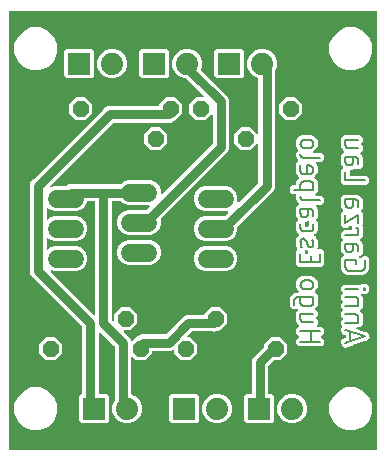
<source format=gbr>
G04 EAGLE Gerber RS-274X export*
G75*
%MOMM*%
%FSLAX34Y34*%
%LPD*%
%INBottom Copper*%
%IPPOS*%
%AMOC8*
5,1,8,0,0,1.08239X$1,22.5*%
G01*
%ADD10C,0.152400*%
%ADD11R,1.879600X1.879600*%
%ADD12C,1.879600*%
%ADD13C,1.524000*%
%ADD14P,1.429621X8X22.500000*%
%ADD15P,1.429621X8X202.500000*%
%ADD16C,0.800000*%

G36*
X313510Y3052D02*
X313510Y3052D01*
X313529Y3050D01*
X313631Y3072D01*
X313733Y3088D01*
X313750Y3098D01*
X313770Y3102D01*
X313859Y3155D01*
X313950Y3204D01*
X313964Y3218D01*
X313981Y3228D01*
X314048Y3307D01*
X314120Y3382D01*
X314128Y3400D01*
X314141Y3415D01*
X314180Y3511D01*
X314223Y3605D01*
X314225Y3625D01*
X314233Y3643D01*
X314251Y3810D01*
X314251Y373890D01*
X314248Y373910D01*
X314250Y373929D01*
X314228Y374031D01*
X314212Y374133D01*
X314202Y374150D01*
X314198Y374170D01*
X314145Y374259D01*
X314096Y374350D01*
X314082Y374364D01*
X314072Y374381D01*
X313993Y374448D01*
X313918Y374520D01*
X313900Y374528D01*
X313885Y374541D01*
X313789Y374580D01*
X313695Y374623D01*
X313675Y374625D01*
X313657Y374633D01*
X313490Y374651D01*
X3810Y374651D01*
X3790Y374648D01*
X3771Y374650D01*
X3669Y374628D01*
X3567Y374612D01*
X3550Y374602D01*
X3530Y374598D01*
X3441Y374545D01*
X3350Y374496D01*
X3336Y374482D01*
X3319Y374472D01*
X3252Y374393D01*
X3180Y374318D01*
X3172Y374300D01*
X3159Y374285D01*
X3120Y374189D01*
X3077Y374095D01*
X3075Y374075D01*
X3067Y374057D01*
X3049Y373890D01*
X3049Y3810D01*
X3052Y3790D01*
X3050Y3771D01*
X3072Y3669D01*
X3088Y3567D01*
X3098Y3550D01*
X3102Y3530D01*
X3155Y3441D01*
X3204Y3350D01*
X3218Y3336D01*
X3228Y3319D01*
X3307Y3252D01*
X3382Y3180D01*
X3400Y3172D01*
X3415Y3159D01*
X3511Y3120D01*
X3605Y3077D01*
X3625Y3075D01*
X3643Y3067D01*
X3810Y3049D01*
X313490Y3049D01*
X313510Y3052D01*
G37*
%LPC*%
G36*
X64269Y25653D02*
X64269Y25653D01*
X62483Y27439D01*
X62483Y48761D01*
X64381Y50659D01*
X64462Y50702D01*
X64476Y50716D01*
X64493Y50726D01*
X64560Y50805D01*
X64632Y50880D01*
X64640Y50898D01*
X64653Y50913D01*
X64692Y51009D01*
X64735Y51103D01*
X64737Y51123D01*
X64745Y51141D01*
X64763Y51308D01*
X64763Y107245D01*
X64749Y107335D01*
X64741Y107426D01*
X64729Y107456D01*
X64724Y107488D01*
X64681Y107568D01*
X64645Y107652D01*
X64619Y107684D01*
X64608Y107705D01*
X64585Y107727D01*
X64540Y107783D01*
X21644Y150679D01*
X20571Y153270D01*
X20571Y227886D01*
X21644Y230477D01*
X23734Y232567D01*
X82301Y291134D01*
X84391Y293224D01*
X86982Y294297D01*
X129286Y294297D01*
X129306Y294300D01*
X129325Y294298D01*
X129427Y294320D01*
X129529Y294336D01*
X129546Y294346D01*
X129566Y294350D01*
X129655Y294403D01*
X129746Y294452D01*
X129760Y294466D01*
X129777Y294476D01*
X129844Y294555D01*
X129916Y294630D01*
X129924Y294648D01*
X129937Y294663D01*
X129976Y294759D01*
X130019Y294853D01*
X130021Y294873D01*
X130029Y294891D01*
X130047Y295058D01*
X130047Y296098D01*
X135702Y301753D01*
X143698Y301753D01*
X149353Y296098D01*
X149353Y288102D01*
X143698Y282447D01*
X143617Y282447D01*
X143500Y282428D01*
X143381Y282410D01*
X143378Y282408D01*
X143374Y282408D01*
X143270Y282352D01*
X143163Y282297D01*
X143159Y282294D01*
X143157Y282292D01*
X143148Y282283D01*
X143040Y282183D01*
X142525Y281585D01*
X142393Y281518D01*
X142363Y281496D01*
X142328Y281482D01*
X142197Y281377D01*
X142093Y281272D01*
X141065Y280847D01*
X141047Y280836D01*
X141014Y280823D01*
X140021Y280323D01*
X139873Y280312D01*
X139837Y280303D01*
X139800Y280302D01*
X139638Y280256D01*
X139502Y280199D01*
X138390Y280199D01*
X138369Y280196D01*
X138333Y280197D01*
X137224Y280115D01*
X137084Y280161D01*
X137047Y280167D01*
X137012Y280181D01*
X136845Y280199D01*
X91619Y280199D01*
X91529Y280185D01*
X91438Y280177D01*
X91408Y280165D01*
X91376Y280160D01*
X91296Y280117D01*
X91212Y280081D01*
X91180Y280055D01*
X91159Y280044D01*
X91137Y280021D01*
X91081Y279976D01*
X37986Y226882D01*
X37929Y226803D01*
X37867Y226727D01*
X37858Y226703D01*
X37842Y226682D01*
X37814Y226589D01*
X37779Y226498D01*
X37778Y226472D01*
X37770Y226447D01*
X37773Y226349D01*
X37768Y226252D01*
X37776Y226227D01*
X37776Y226201D01*
X37810Y226109D01*
X37837Y226016D01*
X37852Y225994D01*
X37861Y225970D01*
X37922Y225894D01*
X37977Y225814D01*
X37998Y225798D01*
X38015Y225778D01*
X38096Y225725D01*
X38175Y225667D01*
X38199Y225659D01*
X38221Y225645D01*
X38316Y225621D01*
X38408Y225591D01*
X38435Y225591D01*
X38460Y225585D01*
X38557Y225592D01*
X38654Y225593D01*
X38686Y225602D01*
X38705Y225604D01*
X38735Y225617D01*
X38816Y225640D01*
X41058Y226569D01*
X50498Y226569D01*
X50587Y226583D01*
X50677Y226590D01*
X50717Y226605D01*
X50741Y226608D01*
X50769Y226623D01*
X50834Y226647D01*
X50967Y226712D01*
X51000Y226736D01*
X51037Y226752D01*
X51163Y226852D01*
X51167Y226855D01*
X51167Y226856D01*
X51168Y226857D01*
X51247Y226936D01*
X52307Y227375D01*
X52323Y227385D01*
X52353Y227395D01*
X53382Y227902D01*
X53493Y227910D01*
X53533Y227919D01*
X53574Y227919D01*
X53728Y227964D01*
X53733Y227965D01*
X53734Y227966D01*
X53735Y227966D01*
X53838Y228009D01*
X54985Y228009D01*
X55004Y228012D01*
X55035Y228010D01*
X56180Y228085D01*
X56286Y228049D01*
X56326Y228042D01*
X56364Y228027D01*
X56524Y228009D01*
X56528Y228009D01*
X56529Y228009D01*
X56531Y228009D01*
X97036Y228009D01*
X97126Y228023D01*
X97217Y228031D01*
X97246Y228043D01*
X97278Y228048D01*
X97359Y228091D01*
X97443Y228127D01*
X97475Y228153D01*
X97496Y228164D01*
X97518Y228187D01*
X97574Y228232D01*
X99367Y230025D01*
X103288Y231649D01*
X122772Y231649D01*
X126693Y230025D01*
X129695Y227023D01*
X131319Y223102D01*
X131319Y220461D01*
X131330Y220390D01*
X131332Y220319D01*
X131350Y220270D01*
X131358Y220218D01*
X131392Y220155D01*
X131417Y220088D01*
X131449Y220047D01*
X131474Y220001D01*
X131526Y219951D01*
X131570Y219895D01*
X131614Y219867D01*
X131652Y219831D01*
X131717Y219801D01*
X131777Y219762D01*
X131828Y219750D01*
X131875Y219728D01*
X131946Y219720D01*
X132016Y219702D01*
X132068Y219706D01*
X132119Y219701D01*
X132190Y219716D01*
X132261Y219722D01*
X132309Y219742D01*
X132360Y219753D01*
X132421Y219790D01*
X132487Y219818D01*
X132543Y219863D01*
X132571Y219879D01*
X132586Y219897D01*
X132618Y219923D01*
X175020Y262325D01*
X175073Y262399D01*
X175133Y262468D01*
X175145Y262498D01*
X175164Y262524D01*
X175191Y262611D01*
X175225Y262696D01*
X175229Y262737D01*
X175236Y262760D01*
X175235Y262792D01*
X175243Y262863D01*
X175243Y286754D01*
X175232Y286825D01*
X175230Y286897D01*
X175212Y286946D01*
X175204Y286997D01*
X175170Y287061D01*
X175145Y287128D01*
X175113Y287169D01*
X175088Y287215D01*
X175036Y287264D01*
X174992Y287320D01*
X174948Y287348D01*
X174910Y287384D01*
X174845Y287414D01*
X174785Y287453D01*
X174734Y287466D01*
X174687Y287488D01*
X174616Y287495D01*
X174546Y287513D01*
X174494Y287509D01*
X174443Y287515D01*
X174372Y287499D01*
X174301Y287494D01*
X174253Y287474D01*
X174202Y287462D01*
X174141Y287426D01*
X174075Y287398D01*
X174019Y287353D01*
X173991Y287336D01*
X173976Y287318D01*
X173944Y287293D01*
X169098Y282447D01*
X161102Y282447D01*
X155447Y288102D01*
X155447Y296098D01*
X161102Y301753D01*
X167029Y301753D01*
X167100Y301764D01*
X167171Y301766D01*
X167220Y301784D01*
X167272Y301792D01*
X167335Y301826D01*
X167402Y301851D01*
X167443Y301883D01*
X167489Y301908D01*
X167539Y301960D01*
X167595Y302004D01*
X167623Y302048D01*
X167659Y302086D01*
X167689Y302151D01*
X167728Y302211D01*
X167740Y302262D01*
X167762Y302309D01*
X167770Y302380D01*
X167788Y302450D01*
X167784Y302502D01*
X167789Y302553D01*
X167774Y302624D01*
X167768Y302695D01*
X167748Y302743D01*
X167737Y302794D01*
X167700Y302855D01*
X167672Y302921D01*
X167627Y302977D01*
X167611Y303005D01*
X167593Y303020D01*
X167567Y303052D01*
X153089Y317530D01*
X153015Y317583D01*
X152946Y317643D01*
X152916Y317655D01*
X152890Y317674D01*
X152803Y317701D01*
X152718Y317735D01*
X152677Y317739D01*
X152654Y317746D01*
X152622Y317745D01*
X152551Y317753D01*
X151194Y317753D01*
X146619Y319648D01*
X143118Y323149D01*
X141223Y327724D01*
X141223Y332676D01*
X143118Y337251D01*
X146619Y340752D01*
X151194Y342647D01*
X156146Y342647D01*
X160721Y340752D01*
X164222Y337251D01*
X166117Y332676D01*
X166117Y327724D01*
X165349Y325872D01*
X165323Y325758D01*
X165294Y325645D01*
X165295Y325638D01*
X165293Y325632D01*
X165304Y325516D01*
X165313Y325399D01*
X165316Y325394D01*
X165316Y325387D01*
X165364Y325280D01*
X165410Y325173D01*
X165414Y325167D01*
X165416Y325163D01*
X165429Y325149D01*
X165514Y325042D01*
X188268Y302289D01*
X189341Y299698D01*
X189341Y258226D01*
X188268Y255635D01*
X186178Y253545D01*
X131390Y198758D01*
X131322Y198663D01*
X131252Y198569D01*
X131250Y198563D01*
X131247Y198558D01*
X131212Y198447D01*
X131176Y198335D01*
X131176Y198329D01*
X131174Y198323D01*
X131177Y198206D01*
X131178Y198089D01*
X131180Y198082D01*
X131181Y198077D01*
X131187Y198060D01*
X131225Y197928D01*
X131319Y197702D01*
X131319Y193458D01*
X129695Y189537D01*
X126693Y186535D01*
X122772Y184911D01*
X103288Y184911D01*
X99367Y186535D01*
X96365Y189537D01*
X94741Y193458D01*
X94741Y197702D01*
X96365Y201623D01*
X99367Y204625D01*
X103288Y206249D01*
X118629Y206249D01*
X118719Y206263D01*
X118810Y206271D01*
X118840Y206283D01*
X118872Y206288D01*
X118952Y206331D01*
X119036Y206367D01*
X119068Y206393D01*
X119089Y206404D01*
X119111Y206427D01*
X119167Y206472D01*
X121707Y209012D01*
X121749Y209070D01*
X121799Y209122D01*
X121821Y209169D01*
X121851Y209211D01*
X121872Y209280D01*
X121902Y209345D01*
X121908Y209397D01*
X121923Y209447D01*
X121921Y209518D01*
X121929Y209589D01*
X121918Y209640D01*
X121917Y209692D01*
X121892Y209760D01*
X121877Y209830D01*
X121850Y209874D01*
X121832Y209923D01*
X121788Y209979D01*
X121751Y210041D01*
X121711Y210075D01*
X121679Y210115D01*
X121618Y210154D01*
X121564Y210201D01*
X121516Y210220D01*
X121472Y210248D01*
X121402Y210266D01*
X121336Y210293D01*
X121264Y210301D01*
X121233Y210309D01*
X121210Y210307D01*
X121169Y210311D01*
X103288Y210311D01*
X99367Y211935D01*
X97614Y213688D01*
X97540Y213741D01*
X97470Y213801D01*
X97440Y213813D01*
X97414Y213832D01*
X97327Y213859D01*
X97242Y213893D01*
X97201Y213897D01*
X97179Y213904D01*
X97147Y213903D01*
X97076Y213911D01*
X90670Y213911D01*
X90650Y213908D01*
X90631Y213910D01*
X90529Y213888D01*
X90427Y213872D01*
X90410Y213862D01*
X90390Y213858D01*
X90301Y213805D01*
X90210Y213756D01*
X90196Y213742D01*
X90179Y213732D01*
X90112Y213653D01*
X90040Y213578D01*
X90032Y213560D01*
X90019Y213545D01*
X89980Y213449D01*
X89937Y213355D01*
X89935Y213335D01*
X89927Y213317D01*
X89909Y213150D01*
X89909Y113715D01*
X89923Y113625D01*
X89931Y113534D01*
X89943Y113504D01*
X89948Y113472D01*
X89991Y113392D01*
X90027Y113308D01*
X90053Y113275D01*
X90064Y113255D01*
X90087Y113233D01*
X90132Y113177D01*
X90648Y112661D01*
X90706Y112619D01*
X90758Y112569D01*
X90805Y112548D01*
X90847Y112517D01*
X90916Y112496D01*
X90981Y112466D01*
X91033Y112460D01*
X91083Y112445D01*
X91154Y112447D01*
X91225Y112439D01*
X91276Y112450D01*
X91328Y112451D01*
X91396Y112476D01*
X91466Y112491D01*
X91511Y112518D01*
X91559Y112536D01*
X91615Y112580D01*
X91677Y112617D01*
X91711Y112657D01*
X91751Y112689D01*
X91790Y112750D01*
X91837Y112804D01*
X91856Y112853D01*
X91884Y112896D01*
X91902Y112966D01*
X91929Y113032D01*
X91937Y113104D01*
X91945Y113135D01*
X91943Y113158D01*
X91947Y113199D01*
X91947Y118298D01*
X97602Y123953D01*
X105598Y123953D01*
X111253Y118298D01*
X111253Y110302D01*
X105598Y104647D01*
X100499Y104647D01*
X100428Y104636D01*
X100357Y104634D01*
X100308Y104616D01*
X100256Y104608D01*
X100193Y104574D01*
X100126Y104549D01*
X100085Y104517D01*
X100039Y104492D01*
X99989Y104440D01*
X99933Y104396D01*
X99905Y104352D01*
X99869Y104314D01*
X99839Y104249D01*
X99800Y104189D01*
X99788Y104138D01*
X99766Y104091D01*
X99758Y104020D01*
X99740Y103950D01*
X99744Y103898D01*
X99739Y103847D01*
X99754Y103776D01*
X99760Y103705D01*
X99780Y103657D01*
X99791Y103606D01*
X99828Y103545D01*
X99856Y103479D01*
X99901Y103423D01*
X99917Y103395D01*
X99935Y103380D01*
X99961Y103348D01*
X105408Y97901D01*
X106214Y95954D01*
X106238Y95915D01*
X106254Y95872D01*
X106303Y95811D01*
X106344Y95745D01*
X106379Y95715D01*
X106408Y95680D01*
X106473Y95637D01*
X106533Y95588D01*
X106576Y95571D01*
X106615Y95547D01*
X106690Y95528D01*
X106763Y95500D01*
X106809Y95498D01*
X106853Y95486D01*
X106931Y95493D01*
X107009Y95489D01*
X107053Y95502D01*
X107098Y95506D01*
X107170Y95536D01*
X107245Y95558D01*
X107283Y95584D01*
X107325Y95602D01*
X107431Y95687D01*
X107447Y95698D01*
X107450Y95702D01*
X107456Y95707D01*
X110302Y98553D01*
X110357Y98553D01*
X110472Y98571D01*
X110586Y98588D01*
X110593Y98591D01*
X110600Y98592D01*
X110702Y98647D01*
X110805Y98699D01*
X110812Y98705D01*
X110818Y98708D01*
X110832Y98723D01*
X110929Y98812D01*
X111633Y99613D01*
X111731Y99661D01*
X111765Y99685D01*
X111803Y99701D01*
X111928Y99801D01*
X111932Y99804D01*
X111932Y99805D01*
X111934Y99806D01*
X112011Y99884D01*
X113073Y100323D01*
X113089Y100333D01*
X113118Y100344D01*
X114149Y100851D01*
X114258Y100858D01*
X114298Y100868D01*
X114339Y100868D01*
X114493Y100913D01*
X114498Y100914D01*
X114499Y100914D01*
X114501Y100915D01*
X114602Y100957D01*
X115751Y100957D01*
X115770Y100960D01*
X115800Y100958D01*
X116947Y101033D01*
X117051Y100997D01*
X117091Y100991D01*
X117130Y100975D01*
X117289Y100958D01*
X117294Y100957D01*
X117295Y100957D01*
X117296Y100957D01*
X134865Y100957D01*
X134955Y100971D01*
X135046Y100979D01*
X135076Y100991D01*
X135108Y100996D01*
X135188Y101039D01*
X135272Y101075D01*
X135304Y101101D01*
X135325Y101112D01*
X135347Y101135D01*
X135403Y101180D01*
X150679Y116456D01*
X153270Y117529D01*
X167386Y117529D01*
X167406Y117532D01*
X167425Y117530D01*
X167527Y117552D01*
X167629Y117568D01*
X167646Y117578D01*
X167666Y117582D01*
X167755Y117635D01*
X167846Y117684D01*
X167860Y117698D01*
X167877Y117708D01*
X167944Y117787D01*
X168016Y117862D01*
X168024Y117880D01*
X168037Y117895D01*
X168076Y117991D01*
X168119Y118085D01*
X168121Y118105D01*
X168129Y118123D01*
X168147Y118290D01*
X168147Y118298D01*
X173802Y123953D01*
X181798Y123953D01*
X187453Y118298D01*
X187453Y110302D01*
X181798Y104647D01*
X181219Y104647D01*
X181129Y104633D01*
X181038Y104625D01*
X181008Y104613D01*
X180976Y104608D01*
X180896Y104565D01*
X180812Y104529D01*
X180802Y104522D01*
X179931Y104161D01*
X179904Y104144D01*
X179843Y104117D01*
X179064Y103670D01*
X178701Y103623D01*
X178686Y103618D01*
X178669Y103618D01*
X178508Y103571D01*
X178170Y103431D01*
X177272Y103431D01*
X177241Y103426D01*
X177174Y103425D01*
X176283Y103310D01*
X175930Y103405D01*
X175914Y103407D01*
X175898Y103413D01*
X175732Y103431D01*
X157907Y103431D01*
X157817Y103417D01*
X157726Y103409D01*
X157696Y103397D01*
X157664Y103392D01*
X157584Y103349D01*
X157500Y103313D01*
X157468Y103287D01*
X157447Y103276D01*
X157425Y103253D01*
X157369Y103208D01*
X154013Y99852D01*
X153971Y99794D01*
X153921Y99742D01*
X153900Y99695D01*
X153869Y99653D01*
X153848Y99584D01*
X153818Y99519D01*
X153812Y99467D01*
X153797Y99417D01*
X153799Y99346D01*
X153791Y99275D01*
X153802Y99224D01*
X153803Y99172D01*
X153828Y99104D01*
X153843Y99034D01*
X153870Y98989D01*
X153888Y98941D01*
X153932Y98885D01*
X153969Y98823D01*
X154009Y98789D01*
X154041Y98749D01*
X154102Y98710D01*
X154156Y98663D01*
X154204Y98644D01*
X154248Y98616D01*
X154318Y98598D01*
X154384Y98571D01*
X154456Y98563D01*
X154487Y98555D01*
X154510Y98557D01*
X154551Y98553D01*
X156398Y98553D01*
X162053Y92898D01*
X162053Y84902D01*
X156398Y79247D01*
X148402Y79247D01*
X142747Y84902D01*
X142747Y87064D01*
X142740Y87109D01*
X142742Y87155D01*
X142720Y87230D01*
X142708Y87307D01*
X142686Y87347D01*
X142673Y87392D01*
X142629Y87456D01*
X142592Y87524D01*
X142559Y87556D01*
X142533Y87594D01*
X142471Y87640D01*
X142414Y87694D01*
X142372Y87713D01*
X142336Y87740D01*
X142262Y87765D01*
X142191Y87797D01*
X142145Y87802D01*
X142102Y87817D01*
X142024Y87816D01*
X141947Y87824D01*
X141902Y87815D01*
X141856Y87814D01*
X141724Y87776D01*
X141706Y87772D01*
X141702Y87770D01*
X141695Y87768D01*
X139502Y86859D01*
X124714Y86859D01*
X124694Y86856D01*
X124675Y86858D01*
X124573Y86836D01*
X124471Y86820D01*
X124454Y86810D01*
X124434Y86806D01*
X124345Y86753D01*
X124254Y86704D01*
X124240Y86690D01*
X124223Y86680D01*
X124156Y86601D01*
X124084Y86526D01*
X124076Y86508D01*
X124063Y86493D01*
X124024Y86397D01*
X123981Y86303D01*
X123979Y86283D01*
X123971Y86265D01*
X123953Y86098D01*
X123953Y84902D01*
X118298Y79247D01*
X110302Y79247D01*
X107780Y81769D01*
X107722Y81811D01*
X107670Y81860D01*
X107623Y81882D01*
X107581Y81912D01*
X107512Y81933D01*
X107447Y81964D01*
X107395Y81969D01*
X107345Y81985D01*
X107274Y81983D01*
X107203Y81991D01*
X107152Y81980D01*
X107100Y81978D01*
X107032Y81954D01*
X106962Y81938D01*
X106917Y81912D01*
X106869Y81894D01*
X106813Y81849D01*
X106751Y81812D01*
X106717Y81773D01*
X106677Y81740D01*
X106638Y81680D01*
X106591Y81625D01*
X106572Y81577D01*
X106544Y81533D01*
X106526Y81464D01*
X106499Y81397D01*
X106491Y81326D01*
X106483Y81295D01*
X106485Y81271D01*
X106481Y81230D01*
X106481Y50585D01*
X106500Y50470D01*
X106517Y50354D01*
X106519Y50349D01*
X106520Y50343D01*
X106575Y50240D01*
X106628Y50135D01*
X106633Y50131D01*
X106636Y50125D01*
X106720Y50045D01*
X106804Y49963D01*
X106810Y49959D01*
X106814Y49956D01*
X106831Y49948D01*
X106951Y49882D01*
X109921Y48652D01*
X113422Y45151D01*
X115317Y40576D01*
X115317Y35624D01*
X113422Y31049D01*
X109921Y27548D01*
X105346Y25653D01*
X100394Y25653D01*
X95819Y27548D01*
X92318Y31049D01*
X90423Y35624D01*
X90423Y40576D01*
X92325Y45168D01*
X92340Y45232D01*
X92365Y45292D01*
X92374Y45375D01*
X92381Y45407D01*
X92380Y45427D01*
X92383Y45459D01*
X92383Y90673D01*
X92369Y90763D01*
X92361Y90854D01*
X92349Y90884D01*
X92344Y90916D01*
X92301Y90996D01*
X92265Y91080D01*
X92239Y91112D01*
X92228Y91133D01*
X92205Y91155D01*
X92160Y91211D01*
X80160Y103211D01*
X80102Y103253D01*
X80050Y103303D01*
X80003Y103324D01*
X79961Y103355D01*
X79892Y103376D01*
X79827Y103406D01*
X79775Y103412D01*
X79725Y103427D01*
X79654Y103425D01*
X79583Y103433D01*
X79532Y103422D01*
X79480Y103421D01*
X79412Y103396D01*
X79342Y103381D01*
X79297Y103354D01*
X79249Y103336D01*
X79193Y103292D01*
X79131Y103255D01*
X79097Y103215D01*
X79057Y103183D01*
X79018Y103122D01*
X78971Y103068D01*
X78952Y103020D01*
X78924Y102976D01*
X78906Y102906D01*
X78879Y102840D01*
X78871Y102768D01*
X78863Y102737D01*
X78865Y102714D01*
X78861Y102673D01*
X78861Y51308D01*
X78864Y51288D01*
X78862Y51269D01*
X78884Y51167D01*
X78900Y51065D01*
X78910Y51048D01*
X78914Y51028D01*
X78967Y50939D01*
X79016Y50848D01*
X79030Y50834D01*
X79040Y50817D01*
X79119Y50750D01*
X79194Y50678D01*
X79212Y50670D01*
X79227Y50657D01*
X79323Y50618D01*
X79417Y50575D01*
X79437Y50573D01*
X79455Y50565D01*
X79622Y50547D01*
X85591Y50547D01*
X87377Y48761D01*
X87377Y27439D01*
X85591Y25653D01*
X64269Y25653D01*
G37*
%LPD*%
%LPC*%
G36*
X168058Y179831D02*
X168058Y179831D01*
X164137Y181455D01*
X161135Y184457D01*
X159511Y188378D01*
X159511Y192622D01*
X161135Y196543D01*
X164137Y199545D01*
X168058Y201169D01*
X185361Y201169D01*
X185451Y201183D01*
X185542Y201191D01*
X185572Y201203D01*
X185604Y201208D01*
X185684Y201251D01*
X185768Y201287D01*
X185800Y201313D01*
X185821Y201324D01*
X185843Y201347D01*
X185899Y201392D01*
X188586Y204078D01*
X188643Y204158D01*
X188705Y204233D01*
X188714Y204257D01*
X188730Y204278D01*
X188758Y204371D01*
X188793Y204462D01*
X188794Y204488D01*
X188802Y204513D01*
X188799Y204610D01*
X188804Y204708D01*
X188796Y204733D01*
X188796Y204759D01*
X188762Y204851D01*
X188735Y204944D01*
X188720Y204966D01*
X188711Y204990D01*
X188650Y205066D01*
X188595Y205146D01*
X188574Y205162D01*
X188557Y205182D01*
X188475Y205235D01*
X188397Y205293D01*
X188373Y205301D01*
X188351Y205315D01*
X188256Y205339D01*
X188163Y205369D01*
X188137Y205369D01*
X188112Y205375D01*
X188015Y205368D01*
X187918Y205367D01*
X187886Y205358D01*
X187867Y205356D01*
X187836Y205343D01*
X187756Y205320D01*
X187542Y205231D01*
X168058Y205231D01*
X164137Y206855D01*
X161135Y209857D01*
X159511Y213778D01*
X159511Y218022D01*
X161135Y221943D01*
X164137Y224945D01*
X168058Y226569D01*
X187542Y226569D01*
X191463Y224945D01*
X194465Y221943D01*
X196089Y218022D01*
X196089Y213778D01*
X196000Y213564D01*
X195978Y213469D01*
X195949Y213376D01*
X195950Y213350D01*
X195944Y213324D01*
X195953Y213227D01*
X195955Y213130D01*
X195964Y213105D01*
X195967Y213079D01*
X196007Y212990D01*
X196040Y212899D01*
X196056Y212878D01*
X196067Y212854D01*
X196133Y212783D01*
X196194Y212707D01*
X196216Y212693D01*
X196233Y212673D01*
X196318Y212627D01*
X196401Y212574D01*
X196426Y212567D01*
X196449Y212555D01*
X196545Y212537D01*
X196639Y212514D01*
X196665Y212516D01*
X196691Y212511D01*
X196787Y212525D01*
X196884Y212533D01*
X196908Y212543D01*
X196934Y212547D01*
X197021Y212591D01*
X197111Y212629D01*
X197136Y212650D01*
X197153Y212658D01*
X197177Y212682D01*
X197242Y212734D01*
X213688Y229181D01*
X213741Y229255D01*
X213801Y229324D01*
X213813Y229354D01*
X213832Y229380D01*
X213859Y229467D01*
X213893Y229552D01*
X213897Y229593D01*
X213904Y229616D01*
X213903Y229648D01*
X213911Y229719D01*
X213911Y261922D01*
X213900Y261993D01*
X213898Y262065D01*
X213880Y262114D01*
X213872Y262165D01*
X213838Y262229D01*
X213813Y262296D01*
X213781Y262337D01*
X213756Y262383D01*
X213704Y262432D01*
X213660Y262488D01*
X213616Y262516D01*
X213578Y262552D01*
X213513Y262582D01*
X213453Y262621D01*
X213402Y262634D01*
X213355Y262656D01*
X213284Y262663D01*
X213214Y262681D01*
X213162Y262677D01*
X213111Y262683D01*
X213040Y262667D01*
X212969Y262662D01*
X212921Y262642D01*
X212870Y262630D01*
X212809Y262594D01*
X212743Y262566D01*
X212687Y262521D01*
X212659Y262504D01*
X212644Y262486D01*
X212612Y262461D01*
X207198Y257047D01*
X199202Y257047D01*
X193547Y262702D01*
X193547Y270698D01*
X199202Y276353D01*
X207198Y276353D01*
X212612Y270939D01*
X212670Y270897D01*
X212722Y270848D01*
X212769Y270826D01*
X212811Y270796D01*
X212880Y270775D01*
X212945Y270744D01*
X212997Y270739D01*
X213047Y270723D01*
X213118Y270725D01*
X213189Y270717D01*
X213240Y270728D01*
X213292Y270730D01*
X213360Y270754D01*
X213430Y270770D01*
X213475Y270796D01*
X213523Y270814D01*
X213579Y270859D01*
X213641Y270896D01*
X213675Y270935D01*
X213715Y270968D01*
X213754Y271028D01*
X213801Y271083D01*
X213820Y271131D01*
X213848Y271175D01*
X213866Y271244D01*
X213893Y271311D01*
X213901Y271382D01*
X213909Y271413D01*
X213907Y271437D01*
X213911Y271478D01*
X213911Y317569D01*
X213892Y317684D01*
X213875Y317800D01*
X213873Y317805D01*
X213872Y317812D01*
X213817Y317914D01*
X213764Y318019D01*
X213759Y318024D01*
X213756Y318029D01*
X213672Y318109D01*
X213588Y318191D01*
X213582Y318195D01*
X213578Y318198D01*
X213561Y318206D01*
X213441Y318272D01*
X210119Y319648D01*
X206618Y323149D01*
X204723Y327724D01*
X204723Y332676D01*
X206618Y337251D01*
X210119Y340752D01*
X214694Y342647D01*
X219646Y342647D01*
X224221Y340752D01*
X227722Y337251D01*
X229617Y332676D01*
X229617Y327724D01*
X228067Y323982D01*
X228052Y323918D01*
X228027Y323857D01*
X228018Y323775D01*
X228011Y323743D01*
X228012Y323723D01*
X228009Y323691D01*
X228009Y225082D01*
X226936Y222491D01*
X196312Y191867D01*
X196259Y191793D01*
X196199Y191724D01*
X196187Y191694D01*
X196168Y191668D01*
X196141Y191581D01*
X196107Y191496D01*
X196103Y191455D01*
X196096Y191432D01*
X196097Y191400D01*
X196089Y191329D01*
X196089Y188378D01*
X194465Y184457D01*
X191463Y181455D01*
X187542Y179831D01*
X168058Y179831D01*
G37*
%LPD*%
%LPC*%
G36*
X248104Y158158D02*
X248104Y158158D01*
X245871Y160390D01*
X245871Y170772D01*
X247091Y171991D01*
X247148Y172071D01*
X247211Y172148D01*
X247220Y172171D01*
X247234Y172191D01*
X247263Y172285D01*
X247298Y172378D01*
X247299Y172403D01*
X247307Y172426D01*
X247304Y172525D01*
X247308Y172624D01*
X247301Y172653D01*
X247300Y172672D01*
X247289Y172703D01*
X247269Y172787D01*
X246999Y173535D01*
X245917Y176542D01*
X245899Y177845D01*
X245872Y179738D01*
X245840Y181962D01*
X248250Y184946D01*
X248290Y185015D01*
X248336Y185078D01*
X248350Y185121D01*
X248372Y185160D01*
X248387Y185237D01*
X248411Y185313D01*
X248411Y185357D01*
X248419Y185401D01*
X248409Y185480D01*
X248408Y185559D01*
X248393Y185601D01*
X248387Y185645D01*
X248352Y185716D01*
X248326Y185791D01*
X248298Y185826D01*
X248279Y185866D01*
X248223Y185922D01*
X248174Y185984D01*
X248126Y186019D01*
X248105Y186040D01*
X248081Y186053D01*
X248039Y186084D01*
X247618Y186326D01*
X245871Y189352D01*
X245871Y196290D01*
X247469Y197888D01*
X247517Y197955D01*
X247573Y198018D01*
X247589Y198055D01*
X247612Y198088D01*
X247637Y198167D01*
X247670Y198244D01*
X247673Y198284D01*
X247685Y198323D01*
X247682Y198406D01*
X247689Y198489D01*
X247679Y198528D01*
X247678Y198568D01*
X247650Y198647D01*
X247629Y198728D01*
X247603Y198773D01*
X247594Y198800D01*
X247575Y198823D01*
X247546Y198874D01*
X245871Y201179D01*
X245871Y209087D01*
X248035Y211251D01*
X248105Y211347D01*
X248175Y211443D01*
X248176Y211447D01*
X248179Y211450D01*
X248214Y211564D01*
X248250Y211677D01*
X248250Y211681D01*
X248251Y211685D01*
X248248Y211804D01*
X248246Y211923D01*
X248245Y211927D01*
X248245Y211931D01*
X248204Y212044D01*
X248164Y212155D01*
X248162Y212158D01*
X248160Y212162D01*
X248086Y212255D01*
X248013Y212349D01*
X248009Y212352D01*
X248007Y212354D01*
X247995Y212362D01*
X247878Y212448D01*
X247618Y212598D01*
X245871Y215624D01*
X245871Y218784D01*
X245868Y218803D01*
X245870Y218823D01*
X245848Y218924D01*
X245832Y219026D01*
X245822Y219044D01*
X245818Y219063D01*
X245765Y219152D01*
X245716Y219244D01*
X245702Y219257D01*
X245692Y219275D01*
X245613Y219342D01*
X245538Y219413D01*
X245520Y219422D01*
X245505Y219434D01*
X245409Y219473D01*
X245315Y219517D01*
X245295Y219519D01*
X245277Y219526D01*
X245110Y219545D01*
X242685Y219545D01*
X240453Y221777D01*
X240453Y224934D01*
X242685Y227166D01*
X245110Y227166D01*
X245130Y227170D01*
X245149Y227167D01*
X245251Y227189D01*
X245353Y227206D01*
X245370Y227215D01*
X245390Y227220D01*
X245479Y227273D01*
X245570Y227321D01*
X245584Y227336D01*
X245601Y227346D01*
X245668Y227425D01*
X245739Y227500D01*
X245748Y227518D01*
X245761Y227533D01*
X245800Y227629D01*
X245843Y227723D01*
X245845Y227742D01*
X245853Y227761D01*
X245871Y227928D01*
X245871Y229618D01*
X247618Y232644D01*
X248314Y233046D01*
X248367Y233090D01*
X248389Y233101D01*
X248406Y233119D01*
X248466Y233161D01*
X248482Y233184D01*
X248504Y233201D01*
X248543Y233263D01*
X248558Y233279D01*
X248568Y233300D01*
X248611Y233359D01*
X248620Y233386D01*
X248635Y233410D01*
X248652Y233481D01*
X248662Y233502D01*
X248664Y233525D01*
X248686Y233593D01*
X248686Y233622D01*
X248692Y233649D01*
X248686Y233720D01*
X248689Y233747D01*
X248683Y233772D01*
X248682Y233839D01*
X248673Y233866D01*
X248671Y233894D01*
X248644Y233955D01*
X248637Y233987D01*
X248621Y234014D01*
X248600Y234071D01*
X248583Y234093D01*
X248572Y234119D01*
X248531Y234164D01*
X248511Y234198D01*
X248481Y234223D01*
X248449Y234265D01*
X248420Y234286D01*
X248406Y234301D01*
X248378Y234317D01*
X248335Y234349D01*
X248324Y234358D01*
X248320Y234360D01*
X248314Y234364D01*
X247618Y234766D01*
X245871Y237792D01*
X245871Y245633D01*
X247658Y247420D01*
X247728Y247516D01*
X247798Y247612D01*
X247800Y247616D01*
X247802Y247620D01*
X247837Y247733D01*
X247873Y247847D01*
X247873Y247851D01*
X247874Y247855D01*
X247871Y247975D01*
X247870Y248092D01*
X247868Y248096D01*
X247868Y248101D01*
X247827Y248214D01*
X247788Y248324D01*
X247785Y248328D01*
X247784Y248332D01*
X247708Y248426D01*
X247638Y248516D01*
X245871Y251576D01*
X245871Y254901D01*
X247448Y256478D01*
X247473Y256513D01*
X247506Y256543D01*
X247545Y256613D01*
X247591Y256677D01*
X247604Y256719D01*
X247625Y256758D01*
X247640Y256836D01*
X247664Y256912D01*
X247662Y256956D01*
X247670Y256999D01*
X247659Y257078D01*
X247657Y257158D01*
X247642Y257200D01*
X247636Y257243D01*
X247578Y257376D01*
X247573Y257389D01*
X247571Y257392D01*
X247569Y257397D01*
X245871Y260337D01*
X245871Y264315D01*
X247860Y267760D01*
X251305Y269749D01*
X258896Y269749D01*
X262341Y267760D01*
X264330Y264315D01*
X264330Y260337D01*
X262341Y256891D01*
X260528Y255845D01*
X260491Y255814D01*
X260448Y255792D01*
X260396Y255737D01*
X260338Y255689D01*
X260312Y255648D01*
X260279Y255613D01*
X260247Y255545D01*
X260207Y255480D01*
X260196Y255434D01*
X260175Y255390D01*
X260167Y255315D01*
X260149Y255241D01*
X260154Y255194D01*
X260148Y255146D01*
X260164Y255072D01*
X260171Y254996D01*
X260190Y254952D01*
X260201Y254906D01*
X260239Y254841D01*
X260270Y254771D01*
X260302Y254736D01*
X260327Y254694D01*
X260384Y254645D01*
X260435Y254589D01*
X260477Y254566D01*
X260514Y254535D01*
X260584Y254506D01*
X260650Y254469D01*
X260697Y254461D01*
X260742Y254443D01*
X260870Y254428D01*
X260892Y254424D01*
X260898Y254425D01*
X260908Y254424D01*
X267516Y254424D01*
X269749Y252192D01*
X269749Y249035D01*
X267516Y246803D01*
X263125Y246803D01*
X263030Y246787D01*
X262935Y246779D01*
X262910Y246767D01*
X262882Y246763D01*
X262798Y246718D01*
X262710Y246680D01*
X262689Y246661D01*
X262664Y246648D01*
X262599Y246579D01*
X262528Y246515D01*
X262514Y246490D01*
X262495Y246469D01*
X262455Y246383D01*
X262408Y246300D01*
X262403Y246272D01*
X262391Y246246D01*
X262381Y246152D01*
X262363Y246058D01*
X262367Y246030D01*
X262364Y246002D01*
X262385Y245909D01*
X262398Y245814D01*
X262412Y245782D01*
X262417Y245762D01*
X262433Y245733D01*
X262465Y245661D01*
X264330Y242431D01*
X264330Y238453D01*
X262341Y235008D01*
X261557Y234555D01*
X261483Y234495D01*
X261405Y234440D01*
X261389Y234417D01*
X261367Y234399D01*
X261316Y234318D01*
X261259Y234242D01*
X261251Y234215D01*
X261236Y234191D01*
X261214Y234098D01*
X261185Y234007D01*
X261185Y233979D01*
X261178Y233952D01*
X261187Y233857D01*
X261188Y233762D01*
X261198Y233735D01*
X261200Y233707D01*
X261238Y233619D01*
X261270Y233530D01*
X261288Y233507D01*
X261299Y233482D01*
X261363Y233411D01*
X261422Y233336D01*
X261450Y233315D01*
X261464Y233299D01*
X261493Y233283D01*
X261557Y233237D01*
X262583Y232644D01*
X264330Y229618D01*
X264330Y221777D01*
X262325Y219772D01*
X262283Y219714D01*
X262233Y219662D01*
X262212Y219614D01*
X262181Y219572D01*
X262160Y219504D01*
X262130Y219439D01*
X262124Y219387D01*
X262109Y219337D01*
X262111Y219265D01*
X262103Y219194D01*
X262114Y219143D01*
X262115Y219091D01*
X262140Y219024D01*
X262155Y218954D01*
X262182Y218909D01*
X262200Y218860D01*
X262244Y218804D01*
X262281Y218743D01*
X262321Y218709D01*
X262353Y218668D01*
X262414Y218629D01*
X262468Y218583D01*
X262516Y218563D01*
X262560Y218535D01*
X262630Y218518D01*
X262696Y218491D01*
X262768Y218483D01*
X262799Y218475D01*
X262822Y218477D01*
X262863Y218472D01*
X267516Y218472D01*
X269749Y216240D01*
X269749Y213083D01*
X267516Y210851D01*
X263163Y210851D01*
X263069Y210835D01*
X262974Y210827D01*
X262948Y210816D01*
X262920Y210811D01*
X262836Y210766D01*
X262749Y210728D01*
X262728Y210709D01*
X262703Y210696D01*
X262637Y210627D01*
X262567Y210563D01*
X262553Y210538D01*
X262534Y210518D01*
X262493Y210431D01*
X262447Y210348D01*
X262442Y210320D01*
X262430Y210295D01*
X262419Y210200D01*
X262402Y210106D01*
X262406Y210078D01*
X262403Y210050D01*
X262423Y209957D01*
X262436Y209863D01*
X262451Y209830D01*
X262455Y209810D01*
X262472Y209781D01*
X262504Y209709D01*
X264330Y206546D01*
X264330Y202905D01*
X264330Y199608D01*
X263210Y198487D01*
X263198Y198471D01*
X263182Y198459D01*
X263126Y198371D01*
X263066Y198288D01*
X263060Y198269D01*
X263049Y198252D01*
X263024Y198151D01*
X262994Y198053D01*
X262994Y198033D01*
X262989Y198013D01*
X262997Y197910D01*
X263000Y197807D01*
X263007Y197788D01*
X263008Y197768D01*
X263049Y197673D01*
X263084Y197576D01*
X263097Y197560D01*
X263105Y197542D01*
X263182Y197445D01*
X263187Y197438D01*
X263191Y197434D01*
X263210Y197411D01*
X264330Y196290D01*
X264330Y189352D01*
X262583Y186327D01*
X261643Y185784D01*
X261617Y185762D01*
X261586Y185748D01*
X261522Y185685D01*
X261452Y185628D01*
X261434Y185599D01*
X261410Y185576D01*
X261369Y185496D01*
X261321Y185419D01*
X261314Y185387D01*
X261298Y185357D01*
X261285Y185268D01*
X261264Y185180D01*
X261267Y185147D01*
X261262Y185114D01*
X261278Y185025D01*
X261286Y184935D01*
X261299Y184905D01*
X261305Y184871D01*
X261348Y184793D01*
X261385Y184710D01*
X261407Y184685D01*
X261423Y184656D01*
X261489Y184595D01*
X261550Y184528D01*
X261579Y184512D01*
X261604Y184489D01*
X261753Y184412D01*
X262443Y184151D01*
X263091Y182712D01*
X264288Y180053D01*
X264303Y179031D01*
X264327Y177332D01*
X264330Y177138D01*
X264332Y176939D01*
X264361Y174914D01*
X263820Y174244D01*
X263804Y174216D01*
X263783Y174193D01*
X263744Y174110D01*
X263698Y174030D01*
X263692Y173999D01*
X263679Y173970D01*
X263669Y173879D01*
X263651Y173788D01*
X263655Y173757D01*
X263652Y173726D01*
X263671Y173636D01*
X263684Y173545D01*
X263698Y173516D01*
X263704Y173485D01*
X263751Y173406D01*
X263792Y173324D01*
X263814Y173301D01*
X263830Y173274D01*
X263900Y173214D01*
X263965Y173149D01*
X263993Y173135D01*
X264017Y173114D01*
X264103Y173080D01*
X264185Y173039D01*
X264216Y173034D01*
X264245Y173022D01*
X264412Y173004D01*
X267516Y173004D01*
X269749Y170772D01*
X269749Y160390D01*
X267516Y158158D01*
X248104Y158158D01*
G37*
%LPD*%
G36*
X75140Y117538D02*
X75140Y117538D01*
X75192Y117539D01*
X75260Y117564D01*
X75330Y117579D01*
X75375Y117606D01*
X75423Y117624D01*
X75479Y117668D01*
X75541Y117705D01*
X75575Y117745D01*
X75615Y117777D01*
X75654Y117838D01*
X75701Y117892D01*
X75720Y117940D01*
X75748Y117984D01*
X75766Y118054D01*
X75793Y118120D01*
X75801Y118192D01*
X75809Y118223D01*
X75807Y118246D01*
X75811Y118287D01*
X75811Y213150D01*
X75808Y213170D01*
X75810Y213189D01*
X75788Y213291D01*
X75772Y213393D01*
X75762Y213410D01*
X75758Y213430D01*
X75705Y213519D01*
X75656Y213610D01*
X75642Y213624D01*
X75632Y213641D01*
X75553Y213708D01*
X75478Y213780D01*
X75460Y213788D01*
X75445Y213801D01*
X75349Y213840D01*
X75255Y213883D01*
X75235Y213885D01*
X75217Y213893D01*
X75050Y213911D01*
X69653Y213911D01*
X69538Y213892D01*
X69422Y213875D01*
X69416Y213873D01*
X69410Y213872D01*
X69307Y213817D01*
X69202Y213764D01*
X69198Y213759D01*
X69193Y213756D01*
X69113Y213672D01*
X69030Y213588D01*
X69027Y213582D01*
X69023Y213578D01*
X69015Y213561D01*
X68949Y213441D01*
X67465Y209857D01*
X64463Y206855D01*
X60542Y205231D01*
X41058Y205231D01*
X37137Y206855D01*
X35968Y208024D01*
X35910Y208066D01*
X35858Y208115D01*
X35811Y208137D01*
X35769Y208167D01*
X35700Y208188D01*
X35635Y208219D01*
X35583Y208224D01*
X35533Y208240D01*
X35462Y208238D01*
X35391Y208246D01*
X35340Y208235D01*
X35288Y208233D01*
X35220Y208209D01*
X35150Y208194D01*
X35105Y208167D01*
X35057Y208149D01*
X35001Y208104D01*
X34939Y208067D01*
X34905Y208028D01*
X34865Y207995D01*
X34826Y207935D01*
X34779Y207880D01*
X34760Y207832D01*
X34732Y207788D01*
X34714Y207719D01*
X34687Y207652D01*
X34679Y207581D01*
X34671Y207550D01*
X34673Y207527D01*
X34669Y207486D01*
X34669Y198914D01*
X34680Y198844D01*
X34682Y198772D01*
X34700Y198723D01*
X34708Y198672D01*
X34742Y198608D01*
X34767Y198541D01*
X34799Y198500D01*
X34824Y198454D01*
X34876Y198405D01*
X34920Y198349D01*
X34964Y198321D01*
X35002Y198285D01*
X35067Y198255D01*
X35127Y198216D01*
X35178Y198203D01*
X35225Y198181D01*
X35296Y198173D01*
X35366Y198156D01*
X35418Y198160D01*
X35469Y198154D01*
X35540Y198169D01*
X35611Y198175D01*
X35659Y198195D01*
X35710Y198206D01*
X35771Y198243D01*
X35837Y198271D01*
X35893Y198316D01*
X35921Y198333D01*
X35936Y198350D01*
X35968Y198376D01*
X37137Y199545D01*
X41058Y201169D01*
X60542Y201169D01*
X64463Y199545D01*
X67465Y196543D01*
X69089Y192622D01*
X69089Y188378D01*
X67465Y184457D01*
X64463Y181455D01*
X60542Y179831D01*
X41058Y179831D01*
X37137Y181455D01*
X35968Y182624D01*
X35910Y182666D01*
X35858Y182715D01*
X35811Y182737D01*
X35769Y182767D01*
X35700Y182788D01*
X35635Y182819D01*
X35583Y182824D01*
X35533Y182840D01*
X35462Y182838D01*
X35391Y182846D01*
X35340Y182835D01*
X35288Y182833D01*
X35220Y182809D01*
X35150Y182794D01*
X35105Y182767D01*
X35057Y182749D01*
X35001Y182704D01*
X34939Y182667D01*
X34905Y182628D01*
X34865Y182595D01*
X34826Y182535D01*
X34779Y182480D01*
X34760Y182432D01*
X34732Y182388D01*
X34714Y182319D01*
X34687Y182252D01*
X34679Y182181D01*
X34671Y182150D01*
X34673Y182127D01*
X34669Y182086D01*
X34669Y173514D01*
X34680Y173444D01*
X34682Y173372D01*
X34700Y173323D01*
X34708Y173272D01*
X34742Y173208D01*
X34767Y173141D01*
X34799Y173100D01*
X34824Y173054D01*
X34876Y173005D01*
X34920Y172949D01*
X34964Y172921D01*
X35002Y172885D01*
X35067Y172855D01*
X35127Y172816D01*
X35178Y172803D01*
X35225Y172781D01*
X35296Y172773D01*
X35366Y172756D01*
X35418Y172760D01*
X35469Y172754D01*
X35540Y172769D01*
X35611Y172775D01*
X35659Y172795D01*
X35710Y172806D01*
X35771Y172843D01*
X35837Y172871D01*
X35893Y172916D01*
X35921Y172933D01*
X35936Y172950D01*
X35968Y172976D01*
X37137Y174145D01*
X41058Y175769D01*
X60542Y175769D01*
X64463Y174145D01*
X67465Y171143D01*
X69089Y167222D01*
X69089Y162978D01*
X67465Y159057D01*
X64463Y156055D01*
X60542Y154431D01*
X41058Y154431D01*
X39082Y155250D01*
X39017Y155265D01*
X38979Y155280D01*
X38950Y155283D01*
X38894Y155301D01*
X38868Y155300D01*
X38842Y155306D01*
X38746Y155297D01*
X38648Y155294D01*
X38624Y155285D01*
X38598Y155283D01*
X38509Y155243D01*
X38417Y155210D01*
X38397Y155193D01*
X38373Y155183D01*
X38301Y155117D01*
X38225Y155056D01*
X38211Y155034D01*
X38192Y155016D01*
X38145Y154931D01*
X38092Y154849D01*
X38086Y154824D01*
X38073Y154801D01*
X38056Y154705D01*
X38032Y154611D01*
X38034Y154585D01*
X38029Y154559D01*
X38044Y154462D01*
X38051Y154365D01*
X38061Y154341D01*
X38065Y154316D01*
X38089Y154268D01*
X38092Y154258D01*
X38110Y154226D01*
X38147Y154139D01*
X38168Y154114D01*
X38177Y154096D01*
X38200Y154073D01*
X38207Y154065D01*
X38218Y154047D01*
X38230Y154036D01*
X38252Y154008D01*
X74512Y117749D01*
X74570Y117707D01*
X74622Y117657D01*
X74669Y117635D01*
X74711Y117605D01*
X74780Y117584D01*
X74845Y117554D01*
X74897Y117548D01*
X74947Y117533D01*
X75018Y117535D01*
X75089Y117527D01*
X75140Y117538D01*
G37*
%LPC*%
G36*
X203969Y25653D02*
X203969Y25653D01*
X202183Y27439D01*
X202183Y48761D01*
X203969Y50547D01*
X207626Y50547D01*
X207646Y50550D01*
X207665Y50548D01*
X207767Y50570D01*
X207869Y50586D01*
X207886Y50596D01*
X207906Y50600D01*
X207995Y50653D01*
X208086Y50702D01*
X208100Y50716D01*
X208117Y50726D01*
X208184Y50805D01*
X208256Y50880D01*
X208264Y50898D01*
X208277Y50913D01*
X208316Y51009D01*
X208359Y51103D01*
X208361Y51123D01*
X208369Y51141D01*
X208387Y51308D01*
X208387Y78738D01*
X209460Y81329D01*
X218724Y90593D01*
X218777Y90667D01*
X218837Y90736D01*
X218849Y90766D01*
X218868Y90792D01*
X218895Y90879D01*
X218929Y90964D01*
X218933Y91005D01*
X218940Y91028D01*
X218939Y91060D01*
X218947Y91131D01*
X218947Y92898D01*
X224602Y98553D01*
X232598Y98553D01*
X238253Y92898D01*
X238253Y84902D01*
X232598Y79247D01*
X227631Y79247D01*
X227541Y79233D01*
X227450Y79225D01*
X227420Y79213D01*
X227388Y79208D01*
X227308Y79165D01*
X227224Y79129D01*
X227192Y79103D01*
X227171Y79092D01*
X227149Y79069D01*
X227093Y79024D01*
X222708Y74639D01*
X222655Y74565D01*
X222595Y74496D01*
X222583Y74466D01*
X222564Y74440D01*
X222537Y74353D01*
X222503Y74268D01*
X222499Y74227D01*
X222492Y74204D01*
X222493Y74172D01*
X222485Y74101D01*
X222485Y51308D01*
X222488Y51288D01*
X222486Y51269D01*
X222508Y51167D01*
X222524Y51065D01*
X222534Y51048D01*
X222538Y51028D01*
X222591Y50939D01*
X222640Y50848D01*
X222654Y50834D01*
X222664Y50817D01*
X222743Y50750D01*
X222818Y50678D01*
X222836Y50670D01*
X222851Y50657D01*
X222947Y50618D01*
X223041Y50575D01*
X223061Y50573D01*
X223079Y50565D01*
X223246Y50547D01*
X225291Y50547D01*
X227077Y48761D01*
X227077Y27439D01*
X225291Y25653D01*
X203969Y25653D01*
G37*
%LPD*%
%LPC*%
G36*
X289405Y150833D02*
X289405Y150833D01*
X285960Y152822D01*
X283971Y156267D01*
X283971Y165254D01*
X286132Y167414D01*
X286180Y167482D01*
X286236Y167544D01*
X286252Y167581D01*
X286275Y167614D01*
X286300Y167693D01*
X286332Y167770D01*
X286336Y167810D01*
X286347Y167849D01*
X286345Y167932D01*
X286352Y168015D01*
X286342Y168054D01*
X286341Y168095D01*
X286312Y168173D01*
X286292Y168254D01*
X286266Y168299D01*
X286257Y168326D01*
X286238Y168349D01*
X286209Y168400D01*
X283971Y171480D01*
X283971Y179387D01*
X285616Y181032D01*
X285627Y181048D01*
X285643Y181060D01*
X285699Y181148D01*
X285759Y181232D01*
X285765Y181251D01*
X285776Y181267D01*
X285801Y181368D01*
X285832Y181467D01*
X285831Y181487D01*
X285836Y181506D01*
X285828Y181609D01*
X285825Y181713D01*
X285818Y181731D01*
X285817Y181751D01*
X285776Y181846D01*
X285741Y181944D01*
X285728Y181959D01*
X285721Y181977D01*
X285616Y182108D01*
X283971Y183753D01*
X283971Y186910D01*
X286204Y189142D01*
X292241Y189142D01*
X292261Y189145D01*
X292281Y189143D01*
X292382Y189165D01*
X292484Y189182D01*
X292501Y189191D01*
X292521Y189195D01*
X292610Y189249D01*
X292701Y189297D01*
X292715Y189311D01*
X292732Y189322D01*
X292799Y189400D01*
X292871Y189475D01*
X292879Y189493D01*
X292892Y189508D01*
X292931Y189605D01*
X292974Y189698D01*
X292976Y189718D01*
X292984Y189737D01*
X293002Y189903D01*
X293002Y192624D01*
X293001Y192634D01*
X293001Y192639D01*
X292995Y192667D01*
X292983Y192741D01*
X292965Y192860D01*
X292963Y192863D01*
X292963Y192867D01*
X292907Y192971D01*
X292852Y193079D01*
X292849Y193081D01*
X292848Y193084D01*
X292761Y193166D01*
X292675Y193250D01*
X292672Y193251D01*
X292669Y193254D01*
X292562Y193304D01*
X292453Y193355D01*
X292449Y193356D01*
X292446Y193357D01*
X292329Y193370D01*
X292209Y193385D01*
X292205Y193384D01*
X292202Y193384D01*
X292085Y193359D01*
X291968Y193335D01*
X291964Y193333D01*
X291961Y193332D01*
X291951Y193326D01*
X291819Y193258D01*
X290273Y192227D01*
X290255Y192211D01*
X290157Y192132D01*
X289360Y191335D01*
X289166Y191335D01*
X289150Y191333D01*
X289134Y191335D01*
X289029Y191313D01*
X288924Y191296D01*
X288909Y191288D01*
X288893Y191285D01*
X288744Y191208D01*
X288582Y191100D01*
X287479Y191321D01*
X287455Y191322D01*
X287329Y191335D01*
X286204Y191335D01*
X286066Y191473D01*
X286053Y191482D01*
X286043Y191495D01*
X285953Y191554D01*
X285867Y191616D01*
X285851Y191621D01*
X285837Y191630D01*
X285677Y191681D01*
X285487Y191719D01*
X284862Y192656D01*
X284847Y192673D01*
X284767Y192772D01*
X283971Y193568D01*
X283971Y193762D01*
X283969Y193778D01*
X283971Y193794D01*
X283949Y193899D01*
X283932Y194005D01*
X283924Y194019D01*
X283921Y194035D01*
X283843Y194184D01*
X283736Y194346D01*
X283956Y195450D01*
X283957Y195473D01*
X283971Y195599D01*
X283971Y203950D01*
X285635Y205613D01*
X285683Y205681D01*
X285739Y205743D01*
X285755Y205780D01*
X285778Y205813D01*
X285803Y205892D01*
X285835Y205969D01*
X285839Y206009D01*
X285850Y206048D01*
X285848Y206131D01*
X285855Y206214D01*
X285845Y206253D01*
X285844Y206294D01*
X285815Y206372D01*
X285795Y206453D01*
X285769Y206498D01*
X285760Y206525D01*
X285741Y206548D01*
X285712Y206599D01*
X283971Y208995D01*
X283971Y216902D01*
X286204Y219135D01*
X297657Y219135D01*
X300683Y217387D01*
X302430Y214362D01*
X302430Y210721D01*
X302430Y207424D01*
X301312Y206305D01*
X301272Y206250D01*
X301225Y206201D01*
X301201Y206151D01*
X301168Y206106D01*
X301148Y206041D01*
X301119Y205979D01*
X301112Y205924D01*
X301096Y205871D01*
X301098Y205802D01*
X301090Y205735D01*
X301101Y205680D01*
X301102Y205625D01*
X301126Y205561D01*
X301140Y205494D01*
X301175Y205424D01*
X301187Y205394D01*
X301200Y205377D01*
X301217Y205345D01*
X301539Y204862D01*
X301555Y204844D01*
X301634Y204746D01*
X302430Y203950D01*
X302430Y203755D01*
X302433Y203739D01*
X302431Y203723D01*
X302453Y203618D01*
X302470Y203513D01*
X302477Y203498D01*
X302481Y203482D01*
X302558Y203333D01*
X302666Y203172D01*
X302445Y202068D01*
X302444Y202044D01*
X302430Y201918D01*
X302430Y193568D01*
X302349Y193486D01*
X302337Y193470D01*
X302322Y193458D01*
X302265Y193370D01*
X302205Y193287D01*
X302199Y193268D01*
X302189Y193251D01*
X302163Y193150D01*
X302133Y193052D01*
X302133Y193032D01*
X302128Y193012D01*
X302136Y192909D01*
X302139Y192806D01*
X302146Y192787D01*
X302148Y192767D01*
X302188Y192672D01*
X302224Y192575D01*
X302236Y192559D01*
X302244Y192541D01*
X302349Y192410D01*
X302430Y192328D01*
X302430Y183753D01*
X300032Y181355D01*
X299963Y181259D01*
X299892Y181163D01*
X299891Y181159D01*
X299889Y181155D01*
X299854Y181042D01*
X299817Y180928D01*
X299817Y180924D01*
X299816Y180920D01*
X299819Y180802D01*
X299821Y180682D01*
X299822Y180678D01*
X299823Y180674D01*
X299864Y180561D01*
X299903Y180450D01*
X299906Y180447D01*
X299907Y180443D01*
X299981Y180351D01*
X300055Y180257D01*
X300059Y180254D01*
X300061Y180251D01*
X300072Y180244D01*
X300190Y180157D01*
X300683Y179873D01*
X302430Y176847D01*
X302430Y173206D01*
X302430Y169909D01*
X300198Y167676D01*
X300039Y167676D01*
X299968Y167665D01*
X299896Y167663D01*
X299847Y167645D01*
X299796Y167637D01*
X299733Y167603D01*
X299665Y167579D01*
X299625Y167546D01*
X299579Y167522D01*
X299529Y167470D01*
X299473Y167425D01*
X299445Y167381D01*
X299409Y167343D01*
X299379Y167278D01*
X299340Y167218D01*
X299328Y167167D01*
X299306Y167120D01*
X299298Y167049D01*
X299280Y166979D01*
X299284Y166927D01*
X299279Y166876D01*
X299294Y166806D01*
X299299Y166734D01*
X299320Y166686D01*
X299331Y166635D01*
X299368Y166574D01*
X299396Y166508D01*
X299440Y166452D01*
X299457Y166424D01*
X299475Y166409D01*
X299501Y166377D01*
X299887Y165990D01*
X299903Y165979D01*
X299916Y165963D01*
X300003Y165907D01*
X300087Y165847D01*
X300106Y165841D01*
X300123Y165830D01*
X300223Y165805D01*
X300322Y165774D01*
X300342Y165775D01*
X300361Y165770D01*
X300464Y165778D01*
X300568Y165781D01*
X300587Y165787D01*
X300607Y165789D01*
X300701Y165829D01*
X300799Y165865D01*
X300815Y165878D01*
X300833Y165885D01*
X300964Y165990D01*
X302460Y167486D01*
X305616Y167486D01*
X307849Y165254D01*
X307849Y160150D01*
X307849Y158322D01*
X307849Y156363D01*
X307849Y156267D01*
X305860Y152822D01*
X302415Y150833D01*
X289405Y150833D01*
G37*
%LPD*%
%LPC*%
G36*
X248104Y90914D02*
X248104Y90914D01*
X245871Y93146D01*
X245871Y96303D01*
X248270Y98702D01*
X248282Y98718D01*
X248297Y98730D01*
X248353Y98817D01*
X248414Y98901D01*
X248419Y98920D01*
X248430Y98937D01*
X248456Y99038D01*
X248486Y99136D01*
X248485Y99156D01*
X248490Y99176D01*
X248482Y99279D01*
X248480Y99382D01*
X248473Y99401D01*
X248471Y99421D01*
X248431Y99516D01*
X248395Y99613D01*
X248383Y99629D01*
X248375Y99647D01*
X248270Y99778D01*
X245871Y102177D01*
X245871Y105334D01*
X248257Y107720D01*
X248325Y107815D01*
X248397Y107912D01*
X248398Y107916D01*
X248401Y107919D01*
X248435Y108031D01*
X248472Y108146D01*
X248472Y108150D01*
X248473Y108154D01*
X248470Y108273D01*
X248468Y108392D01*
X248467Y108396D01*
X248467Y108400D01*
X248426Y108513D01*
X248386Y108624D01*
X248384Y108627D01*
X248382Y108631D01*
X248307Y108725D01*
X248235Y108818D01*
X248231Y108821D01*
X248228Y108823D01*
X248217Y108831D01*
X248099Y108917D01*
X247618Y109195D01*
X245871Y112221D01*
X245871Y120062D01*
X247792Y121983D01*
X247861Y122078D01*
X247932Y122175D01*
X247933Y122179D01*
X247936Y122183D01*
X247970Y122295D01*
X248007Y122409D01*
X248007Y122414D01*
X248008Y122418D01*
X248005Y122537D01*
X248003Y122655D01*
X248002Y122659D01*
X248002Y122664D01*
X247961Y122776D01*
X247921Y122887D01*
X247919Y122891D01*
X247917Y122895D01*
X247843Y122988D01*
X247770Y123081D01*
X247766Y123084D01*
X247764Y123087D01*
X247752Y123094D01*
X247635Y123180D01*
X247533Y123239D01*
X247492Y123255D01*
X247455Y123278D01*
X247378Y123298D01*
X247303Y123326D01*
X247259Y123328D01*
X247217Y123338D01*
X247137Y123332D01*
X247057Y123335D01*
X247015Y123323D01*
X246971Y123319D01*
X246898Y123288D01*
X246821Y123265D01*
X246785Y123240D01*
X246745Y123223D01*
X246687Y123177D01*
X246677Y123171D01*
X246667Y123160D01*
X246631Y123132D01*
X246620Y123124D01*
X246618Y123121D01*
X246614Y123118D01*
X245842Y122346D01*
X242685Y122346D01*
X240453Y124578D01*
X240453Y127875D01*
X240453Y127876D01*
X240453Y129769D01*
X240453Y131516D01*
X242200Y134542D01*
X245226Y136289D01*
X247283Y136289D01*
X247377Y136304D01*
X247472Y136313D01*
X247498Y136324D01*
X247526Y136329D01*
X247610Y136373D01*
X247697Y136412D01*
X247718Y136431D01*
X247743Y136444D01*
X247809Y136513D01*
X247879Y136577D01*
X247893Y136602D01*
X247913Y136622D01*
X247953Y136709D01*
X247999Y136792D01*
X248004Y136820D01*
X248016Y136845D01*
X248027Y136940D01*
X248044Y137034D01*
X248040Y137062D01*
X248043Y137090D01*
X248023Y137183D01*
X248010Y137277D01*
X247996Y137310D01*
X247991Y137330D01*
X247974Y137358D01*
X247942Y137431D01*
X245871Y141018D01*
X245871Y144996D01*
X247860Y148441D01*
X251305Y150430D01*
X258896Y150430D01*
X262341Y148441D01*
X264330Y144996D01*
X264330Y141018D01*
X262341Y137573D01*
X262232Y137510D01*
X262139Y137434D01*
X262047Y137360D01*
X262045Y137357D01*
X262042Y137354D01*
X261979Y137254D01*
X261914Y137154D01*
X261913Y137149D01*
X261911Y137146D01*
X261883Y137031D01*
X261854Y136915D01*
X261854Y136911D01*
X261853Y136907D01*
X261864Y136788D01*
X261873Y136670D01*
X261875Y136666D01*
X261875Y136662D01*
X261923Y136552D01*
X261969Y136443D01*
X261973Y136440D01*
X261974Y136437D01*
X261983Y136426D01*
X262074Y136313D01*
X264330Y134057D01*
X264330Y126216D01*
X262583Y123190D01*
X262567Y123180D01*
X262475Y123106D01*
X262382Y123031D01*
X262380Y123027D01*
X262377Y123025D01*
X262314Y122925D01*
X262249Y122824D01*
X262248Y122820D01*
X262246Y122816D01*
X262218Y122700D01*
X262189Y122585D01*
X262189Y122581D01*
X262188Y122577D01*
X262199Y122457D01*
X262208Y122340D01*
X262210Y122336D01*
X262210Y122332D01*
X262258Y122222D01*
X262304Y122114D01*
X262307Y122110D01*
X262309Y122107D01*
X262318Y122097D01*
X262409Y121983D01*
X264330Y120062D01*
X264330Y116905D01*
X262834Y115409D01*
X262823Y115393D01*
X262807Y115381D01*
X262751Y115293D01*
X262691Y115210D01*
X262685Y115191D01*
X262674Y115174D01*
X262649Y115073D01*
X262618Y114974D01*
X262619Y114955D01*
X262614Y114935D01*
X262622Y114832D01*
X262625Y114729D01*
X262632Y114710D01*
X262633Y114690D01*
X262674Y114595D01*
X262709Y114498D01*
X262722Y114482D01*
X262730Y114464D01*
X262834Y114333D01*
X264330Y112837D01*
X264330Y109680D01*
X263516Y108866D01*
X263474Y108807D01*
X263424Y108755D01*
X263402Y108708D01*
X263372Y108666D01*
X263351Y108597D01*
X263321Y108532D01*
X263315Y108481D01*
X263300Y108431D01*
X263301Y108359D01*
X263294Y108288D01*
X263305Y108237D01*
X263306Y108185D01*
X263331Y108118D01*
X263346Y108048D01*
X263373Y108003D01*
X263390Y107954D01*
X263435Y107898D01*
X263472Y107836D01*
X263512Y107803D01*
X263544Y107762D01*
X263604Y107723D01*
X263659Y107676D01*
X263707Y107657D01*
X263751Y107629D01*
X263821Y107611D01*
X263887Y107585D01*
X263958Y107577D01*
X263990Y107569D01*
X264013Y107571D01*
X264054Y107566D01*
X267516Y107566D01*
X269749Y105334D01*
X269749Y102177D01*
X267350Y99778D01*
X267338Y99762D01*
X267323Y99749D01*
X267267Y99662D01*
X267206Y99578D01*
X267201Y99559D01*
X267190Y99543D01*
X267164Y99442D01*
X267134Y99343D01*
X267135Y99323D01*
X267130Y99304D01*
X267138Y99201D01*
X267140Y99097D01*
X267147Y99079D01*
X267149Y99059D01*
X267189Y98964D01*
X267225Y98866D01*
X267237Y98851D01*
X267245Y98832D01*
X267350Y98702D01*
X269749Y96303D01*
X269749Y93146D01*
X267516Y90914D01*
X248104Y90914D01*
G37*
%LPD*%
%LPC*%
G36*
X288513Y324865D02*
X288513Y324865D01*
X281884Y327611D01*
X276811Y332684D01*
X274065Y339313D01*
X274065Y346487D01*
X276811Y353116D01*
X281884Y358189D01*
X288513Y360935D01*
X295687Y360935D01*
X302316Y358189D01*
X307389Y353116D01*
X310135Y346487D01*
X310135Y339313D01*
X307389Y332684D01*
X302316Y327611D01*
X295687Y324865D01*
X288513Y324865D01*
G37*
%LPD*%
%LPC*%
G36*
X21813Y324865D02*
X21813Y324865D01*
X15184Y327611D01*
X10111Y332684D01*
X7365Y339313D01*
X7365Y346487D01*
X10111Y353116D01*
X15184Y358189D01*
X21813Y360935D01*
X28987Y360935D01*
X35616Y358189D01*
X40689Y353116D01*
X43435Y346487D01*
X43435Y339313D01*
X40689Y332684D01*
X35616Y327611D01*
X28987Y324865D01*
X21813Y324865D01*
G37*
%LPD*%
%LPC*%
G36*
X288513Y20065D02*
X288513Y20065D01*
X281884Y22811D01*
X276811Y27884D01*
X274065Y34513D01*
X274065Y41687D01*
X276811Y48316D01*
X281884Y53389D01*
X288513Y56135D01*
X295687Y56135D01*
X302316Y53389D01*
X307389Y48316D01*
X310135Y41687D01*
X310135Y34513D01*
X307389Y27884D01*
X302316Y22811D01*
X295687Y20065D01*
X288513Y20065D01*
G37*
%LPD*%
%LPC*%
G36*
X21813Y20065D02*
X21813Y20065D01*
X15184Y22811D01*
X10111Y27884D01*
X7365Y34513D01*
X7365Y41687D01*
X10111Y48316D01*
X15184Y53389D01*
X21813Y56135D01*
X28987Y56135D01*
X35616Y53389D01*
X40689Y48316D01*
X43435Y41687D01*
X43435Y34513D01*
X40689Y27884D01*
X35616Y22811D01*
X28987Y20065D01*
X21813Y20065D01*
G37*
%LPD*%
%LPC*%
G36*
X284666Y91119D02*
X284666Y91119D01*
X283668Y94114D01*
X285079Y96937D01*
X287515Y97749D01*
X287533Y97759D01*
X287554Y97763D01*
X287642Y97816D01*
X287732Y97864D01*
X287747Y97879D01*
X287765Y97889D01*
X287832Y97967D01*
X287902Y98041D01*
X287911Y98060D01*
X287925Y98076D01*
X287963Y98171D01*
X288007Y98264D01*
X288009Y98285D01*
X288017Y98305D01*
X288035Y98471D01*
X288035Y100009D01*
X288032Y100029D01*
X288034Y100050D01*
X288012Y100151D01*
X287996Y100251D01*
X287986Y100270D01*
X287981Y100290D01*
X287928Y100378D01*
X287880Y100469D01*
X287865Y100483D01*
X287854Y100501D01*
X287776Y100568D01*
X287702Y100638D01*
X287683Y100647D01*
X287667Y100661D01*
X287515Y100731D01*
X285079Y101543D01*
X283668Y104366D01*
X284695Y107448D01*
X284738Y107516D01*
X284799Y107601D01*
X284805Y107619D01*
X284815Y107635D01*
X284840Y107736D01*
X284871Y107836D01*
X284870Y107855D01*
X284875Y107873D01*
X284867Y107977D01*
X284864Y108082D01*
X284857Y108100D01*
X284856Y108118D01*
X284815Y108214D01*
X284779Y108313D01*
X284767Y108327D01*
X284760Y108345D01*
X284655Y108476D01*
X283971Y109159D01*
X283971Y112316D01*
X285467Y113812D01*
X285479Y113828D01*
X285494Y113840D01*
X285550Y113928D01*
X285610Y114012D01*
X285616Y114031D01*
X285627Y114047D01*
X285652Y114148D01*
X285683Y114247D01*
X285682Y114267D01*
X285687Y114286D01*
X285679Y114389D01*
X285676Y114493D01*
X285670Y114511D01*
X285668Y114531D01*
X285628Y114626D01*
X285592Y114724D01*
X285580Y114739D01*
X285572Y114757D01*
X285467Y114888D01*
X283971Y116384D01*
X283971Y119541D01*
X285537Y121106D01*
X285548Y121123D01*
X285564Y121135D01*
X285620Y121222D01*
X285680Y121306D01*
X285686Y121325D01*
X285697Y121342D01*
X285722Y121442D01*
X285753Y121541D01*
X285752Y121561D01*
X285757Y121580D01*
X285749Y121683D01*
X285746Y121787D01*
X285739Y121806D01*
X285738Y121826D01*
X285697Y121920D01*
X285662Y122018D01*
X285649Y122034D01*
X285641Y122052D01*
X285537Y122183D01*
X283971Y123748D01*
X283971Y126905D01*
X285467Y128401D01*
X285479Y128417D01*
X285494Y128430D01*
X285550Y128517D01*
X285610Y128601D01*
X285616Y128620D01*
X285627Y128636D01*
X285652Y128737D01*
X285683Y128836D01*
X285682Y128856D01*
X285687Y128875D01*
X285679Y128978D01*
X285676Y129082D01*
X285670Y129100D01*
X285668Y129120D01*
X285628Y129215D01*
X285592Y129313D01*
X285580Y129328D01*
X285572Y129347D01*
X285467Y129478D01*
X283971Y130973D01*
X283971Y134130D01*
X285259Y135418D01*
X285270Y135434D01*
X285286Y135446D01*
X285342Y135533D01*
X285402Y135617D01*
X285408Y135636D01*
X285419Y135653D01*
X285444Y135754D01*
X285475Y135852D01*
X285474Y135872D01*
X285479Y135892D01*
X285471Y135995D01*
X285468Y136098D01*
X285461Y136117D01*
X285460Y136137D01*
X285419Y136232D01*
X285384Y136329D01*
X285371Y136345D01*
X285364Y136363D01*
X285259Y136494D01*
X283971Y137782D01*
X283971Y140939D01*
X286204Y143171D01*
X300231Y143171D01*
X300313Y143112D01*
X300332Y143106D01*
X300349Y143095D01*
X300449Y143070D01*
X300548Y143040D01*
X300568Y143040D01*
X300587Y143035D01*
X300690Y143043D01*
X300794Y143046D01*
X300812Y143053D01*
X300832Y143054D01*
X300927Y143095D01*
X301025Y143130D01*
X301040Y143143D01*
X301059Y143151D01*
X301190Y143256D01*
X301556Y143622D01*
X305616Y143622D01*
X307849Y141390D01*
X307849Y137330D01*
X305616Y135098D01*
X301723Y135098D01*
X301629Y135082D01*
X301534Y135074D01*
X301508Y135063D01*
X301480Y135058D01*
X301396Y135014D01*
X301309Y134975D01*
X301288Y134956D01*
X301263Y134943D01*
X301197Y134874D01*
X301127Y134810D01*
X301113Y134785D01*
X301094Y134765D01*
X301053Y134678D01*
X301007Y134595D01*
X301002Y134567D01*
X300990Y134542D01*
X300979Y134447D01*
X300962Y134353D01*
X300966Y134325D01*
X300963Y134297D01*
X300983Y134204D01*
X300996Y134110D01*
X301011Y134077D01*
X301015Y134057D01*
X301032Y134028D01*
X301064Y133956D01*
X302430Y131589D01*
X302430Y123748D01*
X300132Y121451D01*
X300063Y121354D01*
X299993Y121258D01*
X299991Y121254D01*
X299989Y121251D01*
X299954Y121137D01*
X299918Y121024D01*
X299918Y121020D01*
X299916Y121016D01*
X299920Y120897D01*
X299921Y120778D01*
X299923Y120774D01*
X299923Y120770D01*
X299964Y120658D01*
X300003Y120546D01*
X300006Y120543D01*
X300007Y120539D01*
X300081Y120446D01*
X300155Y120352D01*
X300159Y120349D01*
X300161Y120347D01*
X300172Y120340D01*
X300290Y120253D01*
X300683Y120026D01*
X302430Y117000D01*
X302430Y109159D01*
X300198Y106927D01*
X297719Y106927D01*
X297717Y106927D01*
X297716Y106927D01*
X297592Y106906D01*
X297476Y106887D01*
X297475Y106887D01*
X297474Y106887D01*
X297363Y106828D01*
X297258Y106772D01*
X297258Y106771D01*
X297257Y106771D01*
X297173Y106682D01*
X297089Y106594D01*
X297089Y106593D01*
X297088Y106592D01*
X297037Y106481D01*
X296985Y106371D01*
X296985Y106370D01*
X296985Y106369D01*
X296971Y106245D01*
X296958Y106126D01*
X296959Y106125D01*
X296958Y106124D01*
X296985Y106002D01*
X297011Y105886D01*
X297011Y105885D01*
X297011Y105884D01*
X297075Y105778D01*
X297137Y105675D01*
X297138Y105674D01*
X297138Y105673D01*
X297231Y105594D01*
X297324Y105515D01*
X297325Y105514D01*
X297478Y105444D01*
X303797Y103337D01*
X303834Y103331D01*
X303869Y103317D01*
X303955Y103312D01*
X304040Y103298D01*
X304077Y103304D01*
X304115Y103302D01*
X304279Y103337D01*
X304330Y103354D01*
X305452Y102794D01*
X305483Y102784D01*
X305551Y102752D01*
X306741Y102356D01*
X306765Y102307D01*
X306787Y102277D01*
X306802Y102242D01*
X306859Y102178D01*
X306909Y102108D01*
X306940Y102086D01*
X306964Y102058D01*
X307105Y101967D01*
X307109Y101965D01*
X307154Y101942D01*
X307550Y100753D01*
X307566Y100724D01*
X307592Y100653D01*
X308152Y99532D01*
X308135Y99481D01*
X308129Y99444D01*
X308115Y99409D01*
X308110Y99323D01*
X308096Y99238D01*
X308102Y99201D01*
X308100Y99163D01*
X308135Y98999D01*
X308152Y98948D01*
X307592Y97826D01*
X307582Y97795D01*
X307550Y97727D01*
X307154Y96537D01*
X307105Y96513D01*
X307075Y96491D01*
X307040Y96476D01*
X306976Y96419D01*
X306906Y96369D01*
X306884Y96338D01*
X306856Y96313D01*
X306765Y96173D01*
X306741Y96124D01*
X305551Y95728D01*
X305522Y95712D01*
X305452Y95686D01*
X304330Y95126D01*
X304279Y95143D01*
X304242Y95149D01*
X304207Y95163D01*
X304121Y95168D01*
X304036Y95182D01*
X303999Y95176D01*
X303961Y95178D01*
X303797Y95143D01*
X294075Y91902D01*
X293993Y91859D01*
X293908Y91823D01*
X293877Y91798D01*
X293857Y91788D01*
X293835Y91764D01*
X293777Y91718D01*
X293424Y91365D01*
X292588Y91365D01*
X292550Y91359D01*
X292511Y91361D01*
X292347Y91326D01*
X287490Y89707D01*
X284666Y91119D01*
G37*
%LPD*%
%LPC*%
G36*
X286204Y227456D02*
X286204Y227456D01*
X283971Y229688D01*
X283971Y240070D01*
X285564Y241662D01*
X285612Y241730D01*
X285668Y241792D01*
X285684Y241829D01*
X285707Y241862D01*
X285732Y241942D01*
X285764Y242019D01*
X285768Y242059D01*
X285779Y242097D01*
X285777Y242181D01*
X285784Y242264D01*
X285774Y242303D01*
X285773Y242343D01*
X285744Y242421D01*
X285724Y242502D01*
X285698Y242548D01*
X285689Y242574D01*
X285670Y242597D01*
X285641Y242648D01*
X283971Y244946D01*
X283971Y252854D01*
X286315Y255198D01*
X286385Y255295D01*
X286455Y255391D01*
X286456Y255394D01*
X286459Y255398D01*
X286494Y255510D01*
X286530Y255625D01*
X286530Y255629D01*
X286531Y255633D01*
X286528Y255751D01*
X286526Y255871D01*
X286525Y255875D01*
X286525Y255879D01*
X286484Y255991D01*
X286444Y256103D01*
X286442Y256106D01*
X286440Y256110D01*
X286366Y256202D01*
X286293Y256296D01*
X286289Y256299D01*
X286287Y256302D01*
X286275Y256309D01*
X286158Y256396D01*
X285718Y256649D01*
X283971Y259675D01*
X283971Y267516D01*
X286204Y269749D01*
X300198Y269749D01*
X302430Y267516D01*
X302430Y264360D01*
X300934Y262864D01*
X300923Y262848D01*
X300907Y262835D01*
X300851Y262748D01*
X300791Y262664D01*
X300785Y262645D01*
X300774Y262628D01*
X300749Y262528D01*
X300718Y262429D01*
X300719Y262409D01*
X300714Y262390D01*
X300722Y262287D01*
X300725Y262183D01*
X300732Y262164D01*
X300733Y262145D01*
X300774Y262050D01*
X300809Y261952D01*
X300822Y261936D01*
X300830Y261918D01*
X300934Y261787D01*
X302430Y260292D01*
X302430Y257135D01*
X300086Y254791D01*
X300043Y254730D01*
X300004Y254689D01*
X299988Y254655D01*
X299946Y254598D01*
X299945Y254594D01*
X299942Y254591D01*
X299912Y254492D01*
X299900Y254466D01*
X299898Y254448D01*
X299871Y254364D01*
X299871Y254360D01*
X299870Y254356D01*
X299873Y254237D01*
X299873Y254225D01*
X299873Y254222D01*
X299873Y254220D01*
X299875Y254118D01*
X299876Y254114D01*
X299876Y254110D01*
X299917Y253998D01*
X299957Y253886D01*
X299959Y253883D01*
X299961Y253879D01*
X300036Y253785D01*
X300108Y253692D01*
X300112Y253689D01*
X300115Y253687D01*
X300126Y253679D01*
X300244Y253593D01*
X300683Y253339D01*
X302430Y250313D01*
X302430Y246673D01*
X302430Y246672D01*
X302430Y243375D01*
X300198Y241143D01*
X297041Y241143D01*
X296577Y241607D01*
X296512Y241654D01*
X296453Y241707D01*
X296413Y241725D01*
X296377Y241751D01*
X296301Y241774D01*
X296228Y241806D01*
X296184Y241810D01*
X296142Y241823D01*
X296062Y241821D01*
X295983Y241828D01*
X295940Y241818D01*
X295896Y241817D01*
X295821Y241790D01*
X295744Y241771D01*
X295707Y241748D01*
X295665Y241732D01*
X295603Y241683D01*
X295535Y241640D01*
X295496Y241597D01*
X295473Y241579D01*
X295458Y241555D01*
X295422Y241516D01*
X295252Y241281D01*
X292119Y240263D01*
X292098Y240252D01*
X292074Y240247D01*
X291989Y240196D01*
X291900Y240150D01*
X291884Y240133D01*
X291863Y240121D01*
X291798Y240045D01*
X291729Y239974D01*
X291719Y239952D01*
X291703Y239934D01*
X291666Y239842D01*
X291623Y239752D01*
X291620Y239728D01*
X291611Y239706D01*
X291593Y239539D01*
X291593Y235839D01*
X291596Y235819D01*
X291594Y235799D01*
X291616Y235698D01*
X291632Y235596D01*
X291642Y235578D01*
X291646Y235559D01*
X291699Y235470D01*
X291748Y235379D01*
X291762Y235365D01*
X291772Y235348D01*
X291851Y235280D01*
X291926Y235209D01*
X291944Y235201D01*
X291959Y235188D01*
X292055Y235149D01*
X292149Y235106D01*
X292169Y235103D01*
X292187Y235096D01*
X292354Y235077D01*
X305616Y235077D01*
X307849Y232845D01*
X307849Y229688D01*
X305616Y227456D01*
X286204Y227456D01*
G37*
%LPD*%
%LPC*%
G36*
X103288Y159511D02*
X103288Y159511D01*
X99367Y161135D01*
X96365Y164137D01*
X94741Y168058D01*
X94741Y172302D01*
X96365Y176223D01*
X99367Y179225D01*
X103288Y180849D01*
X122772Y180849D01*
X126693Y179225D01*
X129695Y176223D01*
X131319Y172302D01*
X131319Y168058D01*
X129695Y164137D01*
X126693Y161135D01*
X122772Y159511D01*
X103288Y159511D01*
G37*
%LPD*%
%LPC*%
G36*
X168058Y154431D02*
X168058Y154431D01*
X164137Y156055D01*
X161135Y159057D01*
X159511Y162978D01*
X159511Y167222D01*
X161135Y171143D01*
X164137Y174145D01*
X168058Y175769D01*
X187542Y175769D01*
X191463Y174145D01*
X194465Y171143D01*
X196089Y167222D01*
X196089Y162978D01*
X194465Y159057D01*
X191463Y156055D01*
X187542Y154431D01*
X168058Y154431D01*
G37*
%LPD*%
%LPC*%
G36*
X178569Y317753D02*
X178569Y317753D01*
X176783Y319539D01*
X176783Y340861D01*
X178569Y342647D01*
X199891Y342647D01*
X201677Y340861D01*
X201677Y319539D01*
X199891Y317753D01*
X178569Y317753D01*
G37*
%LPD*%
%LPC*%
G36*
X115069Y317753D02*
X115069Y317753D01*
X113283Y319539D01*
X113283Y340861D01*
X115069Y342647D01*
X136391Y342647D01*
X138177Y340861D01*
X138177Y319539D01*
X136391Y317753D01*
X115069Y317753D01*
G37*
%LPD*%
%LPC*%
G36*
X51569Y317753D02*
X51569Y317753D01*
X49783Y319539D01*
X49783Y340861D01*
X51569Y342647D01*
X72891Y342647D01*
X74677Y340861D01*
X74677Y319539D01*
X72891Y317753D01*
X51569Y317753D01*
G37*
%LPD*%
%LPC*%
G36*
X140469Y25653D02*
X140469Y25653D01*
X138683Y27439D01*
X138683Y48761D01*
X140469Y50547D01*
X161791Y50547D01*
X163577Y48761D01*
X163577Y27439D01*
X161791Y25653D01*
X140469Y25653D01*
G37*
%LPD*%
%LPC*%
G36*
X87694Y317753D02*
X87694Y317753D01*
X83119Y319648D01*
X79618Y323149D01*
X77723Y327724D01*
X77723Y332676D01*
X79618Y337251D01*
X83119Y340752D01*
X87694Y342647D01*
X92646Y342647D01*
X97221Y340752D01*
X100722Y337251D01*
X102617Y332676D01*
X102617Y327724D01*
X100722Y323149D01*
X97221Y319648D01*
X92646Y317753D01*
X87694Y317753D01*
G37*
%LPD*%
%LPC*%
G36*
X240094Y25653D02*
X240094Y25653D01*
X235519Y27548D01*
X232018Y31049D01*
X230123Y35624D01*
X230123Y40576D01*
X232018Y45151D01*
X235519Y48652D01*
X240094Y50547D01*
X245046Y50547D01*
X249621Y48652D01*
X253122Y45151D01*
X255017Y40576D01*
X255017Y35624D01*
X253122Y31049D01*
X249621Y27548D01*
X245046Y25653D01*
X240094Y25653D01*
G37*
%LPD*%
%LPC*%
G36*
X176594Y25653D02*
X176594Y25653D01*
X172019Y27548D01*
X168518Y31049D01*
X166623Y35624D01*
X166623Y40576D01*
X168518Y45151D01*
X172019Y48652D01*
X176594Y50547D01*
X181546Y50547D01*
X186121Y48652D01*
X189622Y45151D01*
X191517Y40576D01*
X191517Y35624D01*
X189622Y31049D01*
X186121Y27548D01*
X181546Y25653D01*
X176594Y25653D01*
G37*
%LPD*%
%LPC*%
G36*
X237302Y282447D02*
X237302Y282447D01*
X231647Y288102D01*
X231647Y296098D01*
X237302Y301753D01*
X245298Y301753D01*
X250953Y296098D01*
X250953Y288102D01*
X245298Y282447D01*
X237302Y282447D01*
G37*
%LPD*%
%LPC*%
G36*
X59502Y282447D02*
X59502Y282447D01*
X53847Y288102D01*
X53847Y296098D01*
X59502Y301753D01*
X67498Y301753D01*
X73153Y296098D01*
X73153Y288102D01*
X67498Y282447D01*
X59502Y282447D01*
G37*
%LPD*%
%LPC*%
G36*
X123002Y257047D02*
X123002Y257047D01*
X117347Y262702D01*
X117347Y270698D01*
X123002Y276353D01*
X130998Y276353D01*
X136653Y270698D01*
X136653Y262702D01*
X130998Y257047D01*
X123002Y257047D01*
G37*
%LPD*%
%LPC*%
G36*
X34102Y79247D02*
X34102Y79247D01*
X28447Y84902D01*
X28447Y92898D01*
X34102Y98553D01*
X42098Y98553D01*
X47753Y92898D01*
X47753Y84902D01*
X42098Y79247D01*
X34102Y79247D01*
G37*
%LPD*%
G36*
X255967Y192204D02*
X255967Y192204D01*
X255987Y192202D01*
X256088Y192224D01*
X256190Y192241D01*
X256208Y192250D01*
X256227Y192254D01*
X256316Y192307D01*
X256407Y192356D01*
X256421Y192370D01*
X256438Y192380D01*
X256506Y192459D01*
X256577Y192534D01*
X256585Y192552D01*
X256598Y192567D01*
X256637Y192664D01*
X256680Y192757D01*
X256683Y192777D01*
X256690Y192795D01*
X256709Y192962D01*
X256709Y196322D01*
X256706Y196338D01*
X256708Y196354D01*
X256686Y196459D01*
X256669Y196565D01*
X256661Y196579D01*
X256658Y196595D01*
X256604Y196688D01*
X256554Y196782D01*
X256542Y196793D01*
X256534Y196807D01*
X256453Y196878D01*
X256375Y196952D01*
X256361Y196958D01*
X256349Y196969D01*
X256250Y197010D01*
X256152Y197055D01*
X256136Y197057D01*
X256122Y197063D01*
X256014Y197070D01*
X255908Y197082D01*
X255892Y197079D01*
X255876Y197080D01*
X255712Y197046D01*
X254019Y196496D01*
X253998Y196485D01*
X253974Y196480D01*
X253889Y196429D01*
X253800Y196383D01*
X253784Y196366D01*
X253763Y196354D01*
X253698Y196278D01*
X253629Y196206D01*
X253619Y196185D01*
X253603Y196167D01*
X253566Y196074D01*
X253523Y195984D01*
X253520Y195961D01*
X253511Y195939D01*
X253493Y195772D01*
X253493Y192962D01*
X253496Y192942D01*
X253494Y192923D01*
X253516Y192821D01*
X253532Y192719D01*
X253542Y192702D01*
X253546Y192682D01*
X253599Y192593D01*
X253648Y192502D01*
X253662Y192488D01*
X253672Y192471D01*
X253751Y192404D01*
X253826Y192333D01*
X253844Y192324D01*
X253859Y192311D01*
X253955Y192273D01*
X254049Y192229D01*
X254069Y192227D01*
X254087Y192219D01*
X254254Y192201D01*
X255947Y192201D01*
X255967Y192204D01*
G37*
G36*
X254364Y168649D02*
X254364Y168649D01*
X254435Y168654D01*
X254483Y168675D01*
X254534Y168686D01*
X254595Y168722D01*
X254661Y168750D01*
X254717Y168795D01*
X254745Y168812D01*
X254760Y168830D01*
X254792Y168855D01*
X256037Y170100D01*
X256041Y170105D01*
X256046Y170109D01*
X256113Y170206D01*
X256181Y170300D01*
X256182Y170306D01*
X256186Y170311D01*
X256219Y170424D01*
X256253Y170535D01*
X256253Y170541D01*
X256255Y170547D01*
X256250Y170664D01*
X256247Y170781D01*
X256244Y170787D01*
X256244Y170793D01*
X256202Y170901D01*
X256162Y171012D01*
X256158Y171017D01*
X256156Y171023D01*
X256082Y171112D01*
X256008Y171204D01*
X256003Y171207D01*
X255999Y171212D01*
X255861Y171308D01*
X254402Y172098D01*
X254363Y172112D01*
X254327Y172134D01*
X254247Y172152D01*
X254170Y172179D01*
X254128Y172179D01*
X254088Y172189D01*
X254006Y172181D01*
X253924Y172181D01*
X253884Y172168D01*
X253843Y172164D01*
X253768Y172131D01*
X253690Y172105D01*
X253656Y172080D01*
X253619Y172063D01*
X253558Y172007D01*
X253492Y171958D01*
X253469Y171924D01*
X253438Y171896D01*
X253356Y171762D01*
X253352Y171756D01*
X253352Y171755D01*
X253351Y171753D01*
X253310Y171666D01*
X253307Y171655D01*
X253300Y171645D01*
X253273Y171537D01*
X253242Y171430D01*
X253243Y171418D01*
X253240Y171406D01*
X253249Y171296D01*
X253254Y171184D01*
X253258Y171173D01*
X253259Y171161D01*
X253303Y171059D01*
X253343Y170955D01*
X253351Y170946D01*
X253356Y170935D01*
X253460Y170804D01*
X253493Y170772D01*
X253493Y169394D01*
X253504Y169323D01*
X253506Y169251D01*
X253524Y169202D01*
X253532Y169151D01*
X253566Y169088D01*
X253591Y169020D01*
X253623Y168979D01*
X253648Y168933D01*
X253699Y168884D01*
X253744Y168828D01*
X253788Y168800D01*
X253826Y168764D01*
X253891Y168734D01*
X253951Y168695D01*
X254002Y168682D01*
X254049Y168660D01*
X254120Y168653D01*
X254190Y168635D01*
X254242Y168639D01*
X254293Y168633D01*
X254364Y168649D01*
G37*
D10*
X287782Y93821D02*
X304038Y99240D01*
X287782Y104659D01*
X291846Y103304D02*
X291846Y95176D01*
X287782Y110738D02*
X298619Y110738D01*
X298619Y115253D01*
X298617Y115354D01*
X298611Y115455D01*
X298602Y115556D01*
X298589Y115657D01*
X298572Y115757D01*
X298551Y115856D01*
X298527Y115954D01*
X298499Y116051D01*
X298467Y116148D01*
X298432Y116243D01*
X298393Y116336D01*
X298351Y116428D01*
X298305Y116519D01*
X298256Y116608D01*
X298204Y116694D01*
X298148Y116779D01*
X298090Y116862D01*
X298028Y116942D01*
X297963Y117020D01*
X297896Y117096D01*
X297826Y117169D01*
X297753Y117239D01*
X297677Y117306D01*
X297599Y117371D01*
X297519Y117433D01*
X297436Y117491D01*
X297351Y117547D01*
X297265Y117599D01*
X297176Y117648D01*
X297085Y117694D01*
X296993Y117736D01*
X296900Y117775D01*
X296805Y117810D01*
X296708Y117842D01*
X296611Y117870D01*
X296513Y117894D01*
X296414Y117915D01*
X296314Y117932D01*
X296213Y117945D01*
X296112Y117954D01*
X296011Y117960D01*
X295910Y117962D01*
X295910Y117963D02*
X287782Y117963D01*
X287782Y125327D02*
X298619Y125327D01*
X298619Y129842D01*
X298617Y129943D01*
X298611Y130044D01*
X298602Y130145D01*
X298589Y130246D01*
X298572Y130346D01*
X298551Y130445D01*
X298527Y130543D01*
X298499Y130640D01*
X298467Y130737D01*
X298432Y130832D01*
X298393Y130925D01*
X298351Y131017D01*
X298305Y131108D01*
X298256Y131197D01*
X298204Y131283D01*
X298148Y131368D01*
X298090Y131451D01*
X298028Y131531D01*
X297963Y131609D01*
X297896Y131685D01*
X297826Y131758D01*
X297753Y131828D01*
X297677Y131895D01*
X297599Y131960D01*
X297519Y132022D01*
X297436Y132080D01*
X297351Y132136D01*
X297265Y132188D01*
X297176Y132237D01*
X297085Y132283D01*
X296993Y132325D01*
X296900Y132364D01*
X296805Y132399D01*
X296708Y132431D01*
X296611Y132459D01*
X296513Y132483D01*
X296414Y132504D01*
X296314Y132521D01*
X296213Y132534D01*
X296112Y132543D01*
X296011Y132549D01*
X295910Y132551D01*
X295910Y132552D02*
X287782Y132552D01*
X287782Y139360D02*
X298619Y139360D01*
X303135Y138909D02*
X304038Y138909D01*
X304038Y139812D01*
X303135Y139812D01*
X303135Y138909D01*
X296813Y160966D02*
X296813Y163675D01*
X287782Y163675D01*
X287782Y158256D01*
X287784Y158138D01*
X287790Y158020D01*
X287799Y157902D01*
X287813Y157785D01*
X287830Y157668D01*
X287851Y157551D01*
X287876Y157436D01*
X287905Y157321D01*
X287938Y157207D01*
X287974Y157095D01*
X288014Y156984D01*
X288057Y156874D01*
X288104Y156765D01*
X288154Y156658D01*
X288209Y156553D01*
X288266Y156450D01*
X288327Y156349D01*
X288391Y156249D01*
X288458Y156152D01*
X288528Y156057D01*
X288602Y155965D01*
X288678Y155874D01*
X288758Y155787D01*
X288840Y155702D01*
X288925Y155620D01*
X289012Y155540D01*
X289103Y155464D01*
X289195Y155390D01*
X289290Y155320D01*
X289387Y155253D01*
X289487Y155189D01*
X289588Y155128D01*
X289691Y155071D01*
X289796Y155016D01*
X289903Y154966D01*
X290012Y154919D01*
X290122Y154876D01*
X290233Y154836D01*
X290345Y154800D01*
X290459Y154767D01*
X290574Y154738D01*
X290689Y154713D01*
X290806Y154692D01*
X290923Y154675D01*
X291040Y154661D01*
X291158Y154652D01*
X291276Y154646D01*
X291394Y154644D01*
X300426Y154644D01*
X300426Y154645D02*
X300544Y154647D01*
X300662Y154653D01*
X300780Y154662D01*
X300897Y154676D01*
X301014Y154693D01*
X301131Y154714D01*
X301246Y154739D01*
X301361Y154768D01*
X301475Y154801D01*
X301587Y154837D01*
X301698Y154877D01*
X301808Y154920D01*
X301917Y154967D01*
X302024Y155017D01*
X302129Y155071D01*
X302232Y155129D01*
X302333Y155190D01*
X302433Y155254D01*
X302530Y155321D01*
X302625Y155391D01*
X302717Y155465D01*
X302808Y155541D01*
X302895Y155621D01*
X302980Y155703D01*
X303062Y155788D01*
X303142Y155875D01*
X303218Y155966D01*
X303292Y156058D01*
X303362Y156153D01*
X303429Y156250D01*
X303493Y156350D01*
X303554Y156451D01*
X303611Y156554D01*
X303665Y156659D01*
X303716Y156766D01*
X303763Y156875D01*
X303806Y156985D01*
X303846Y157096D01*
X303882Y157208D01*
X303915Y157322D01*
X303944Y157437D01*
X303969Y157552D01*
X303990Y157669D01*
X304007Y157786D01*
X304021Y157903D01*
X304030Y158021D01*
X304036Y158139D01*
X304038Y158257D01*
X304038Y158256D02*
X304038Y163675D01*
X294104Y173745D02*
X294104Y177809D01*
X294104Y173745D02*
X294102Y173633D01*
X294096Y173522D01*
X294086Y173411D01*
X294073Y173300D01*
X294055Y173190D01*
X294033Y173081D01*
X294008Y172972D01*
X293979Y172864D01*
X293946Y172758D01*
X293909Y172652D01*
X293869Y172548D01*
X293825Y172446D01*
X293777Y172345D01*
X293726Y172246D01*
X293671Y172148D01*
X293613Y172053D01*
X293552Y171960D01*
X293487Y171869D01*
X293419Y171780D01*
X293348Y171694D01*
X293275Y171611D01*
X293198Y171530D01*
X293118Y171451D01*
X293036Y171376D01*
X292951Y171304D01*
X292864Y171234D01*
X292774Y171168D01*
X292682Y171105D01*
X292587Y171045D01*
X292491Y170989D01*
X292393Y170936D01*
X292293Y170887D01*
X292191Y170841D01*
X292088Y170799D01*
X291983Y170760D01*
X291877Y170725D01*
X291770Y170694D01*
X291662Y170667D01*
X291553Y170643D01*
X291443Y170624D01*
X291333Y170608D01*
X291222Y170596D01*
X291110Y170588D01*
X290999Y170584D01*
X290887Y170584D01*
X290776Y170588D01*
X290664Y170596D01*
X290553Y170608D01*
X290443Y170624D01*
X290333Y170643D01*
X290224Y170667D01*
X290116Y170694D01*
X290009Y170725D01*
X289903Y170760D01*
X289798Y170799D01*
X289695Y170841D01*
X289593Y170887D01*
X289493Y170936D01*
X289395Y170989D01*
X289299Y171045D01*
X289204Y171105D01*
X289112Y171168D01*
X289022Y171234D01*
X288935Y171304D01*
X288850Y171376D01*
X288768Y171451D01*
X288688Y171530D01*
X288611Y171611D01*
X288538Y171694D01*
X288467Y171780D01*
X288399Y171869D01*
X288334Y171960D01*
X288273Y172053D01*
X288215Y172148D01*
X288160Y172246D01*
X288109Y172345D01*
X288061Y172446D01*
X288017Y172548D01*
X287977Y172652D01*
X287940Y172758D01*
X287907Y172864D01*
X287878Y172972D01*
X287853Y173081D01*
X287831Y173190D01*
X287813Y173300D01*
X287800Y173411D01*
X287790Y173522D01*
X287784Y173633D01*
X287782Y173745D01*
X287782Y177809D01*
X295910Y177809D01*
X296011Y177807D01*
X296112Y177801D01*
X296213Y177792D01*
X296314Y177779D01*
X296414Y177762D01*
X296513Y177741D01*
X296611Y177717D01*
X296708Y177689D01*
X296805Y177657D01*
X296900Y177622D01*
X296993Y177583D01*
X297085Y177541D01*
X297176Y177495D01*
X297265Y177446D01*
X297351Y177394D01*
X297436Y177338D01*
X297519Y177280D01*
X297599Y177218D01*
X297677Y177153D01*
X297753Y177086D01*
X297826Y177016D01*
X297896Y176943D01*
X297963Y176867D01*
X298028Y176789D01*
X298090Y176709D01*
X298148Y176626D01*
X298204Y176541D01*
X298256Y176455D01*
X298305Y176366D01*
X298351Y176275D01*
X298393Y176183D01*
X298432Y176090D01*
X298467Y175995D01*
X298499Y175898D01*
X298527Y175801D01*
X298551Y175703D01*
X298572Y175604D01*
X298589Y175504D01*
X298602Y175403D01*
X298611Y175302D01*
X298617Y175201D01*
X298619Y175100D01*
X298619Y171487D01*
X298619Y185331D02*
X287782Y185331D01*
X298619Y185331D02*
X298619Y190750D01*
X296813Y190750D01*
X298619Y195146D02*
X298619Y202371D01*
X287782Y195146D01*
X287782Y202371D01*
X294104Y211260D02*
X294104Y215324D01*
X294104Y211260D02*
X294102Y211148D01*
X294096Y211037D01*
X294086Y210926D01*
X294073Y210815D01*
X294055Y210705D01*
X294033Y210596D01*
X294008Y210487D01*
X293979Y210379D01*
X293946Y210273D01*
X293909Y210167D01*
X293869Y210063D01*
X293825Y209961D01*
X293777Y209860D01*
X293726Y209761D01*
X293671Y209663D01*
X293613Y209568D01*
X293552Y209475D01*
X293487Y209384D01*
X293419Y209295D01*
X293348Y209209D01*
X293275Y209126D01*
X293198Y209045D01*
X293118Y208966D01*
X293036Y208891D01*
X292951Y208819D01*
X292864Y208749D01*
X292774Y208683D01*
X292682Y208620D01*
X292587Y208560D01*
X292491Y208504D01*
X292393Y208451D01*
X292293Y208402D01*
X292191Y208356D01*
X292088Y208314D01*
X291983Y208275D01*
X291877Y208240D01*
X291770Y208209D01*
X291662Y208182D01*
X291553Y208158D01*
X291443Y208139D01*
X291333Y208123D01*
X291222Y208111D01*
X291110Y208103D01*
X290999Y208099D01*
X290887Y208099D01*
X290776Y208103D01*
X290664Y208111D01*
X290553Y208123D01*
X290443Y208139D01*
X290333Y208158D01*
X290224Y208182D01*
X290116Y208209D01*
X290009Y208240D01*
X289903Y208275D01*
X289798Y208314D01*
X289695Y208356D01*
X289593Y208402D01*
X289493Y208451D01*
X289395Y208504D01*
X289299Y208560D01*
X289204Y208620D01*
X289112Y208683D01*
X289022Y208749D01*
X288935Y208819D01*
X288850Y208891D01*
X288768Y208966D01*
X288688Y209045D01*
X288611Y209126D01*
X288538Y209209D01*
X288467Y209295D01*
X288399Y209384D01*
X288334Y209475D01*
X288273Y209568D01*
X288215Y209663D01*
X288160Y209761D01*
X288109Y209860D01*
X288061Y209961D01*
X288017Y210063D01*
X287977Y210167D01*
X287940Y210273D01*
X287907Y210379D01*
X287878Y210487D01*
X287853Y210596D01*
X287831Y210705D01*
X287813Y210815D01*
X287800Y210926D01*
X287790Y211037D01*
X287784Y211148D01*
X287782Y211260D01*
X287782Y215324D01*
X295910Y215324D01*
X295910Y215323D02*
X296011Y215321D01*
X296112Y215315D01*
X296213Y215306D01*
X296314Y215293D01*
X296414Y215276D01*
X296513Y215255D01*
X296611Y215231D01*
X296708Y215203D01*
X296805Y215171D01*
X296900Y215136D01*
X296993Y215097D01*
X297085Y215055D01*
X297176Y215009D01*
X297265Y214960D01*
X297351Y214908D01*
X297436Y214852D01*
X297519Y214794D01*
X297599Y214732D01*
X297677Y214667D01*
X297753Y214600D01*
X297826Y214530D01*
X297896Y214457D01*
X297963Y214381D01*
X298028Y214303D01*
X298090Y214223D01*
X298148Y214140D01*
X298204Y214055D01*
X298256Y213969D01*
X298305Y213880D01*
X298351Y213789D01*
X298393Y213697D01*
X298432Y213604D01*
X298467Y213509D01*
X298499Y213412D01*
X298527Y213315D01*
X298551Y213217D01*
X298572Y213118D01*
X298589Y213018D01*
X298602Y212917D01*
X298611Y212816D01*
X298617Y212715D01*
X298619Y212614D01*
X298619Y209002D01*
X304038Y231267D02*
X287782Y231267D01*
X287782Y238492D01*
X294104Y247212D02*
X294104Y251276D01*
X294104Y247212D02*
X294102Y247100D01*
X294096Y246989D01*
X294086Y246878D01*
X294073Y246767D01*
X294055Y246657D01*
X294033Y246548D01*
X294008Y246439D01*
X293979Y246331D01*
X293946Y246225D01*
X293909Y246119D01*
X293869Y246015D01*
X293825Y245913D01*
X293777Y245812D01*
X293726Y245713D01*
X293671Y245615D01*
X293613Y245520D01*
X293552Y245427D01*
X293487Y245336D01*
X293419Y245247D01*
X293348Y245161D01*
X293275Y245078D01*
X293198Y244997D01*
X293118Y244918D01*
X293036Y244843D01*
X292951Y244771D01*
X292864Y244701D01*
X292774Y244635D01*
X292682Y244572D01*
X292587Y244512D01*
X292491Y244456D01*
X292393Y244403D01*
X292293Y244354D01*
X292191Y244308D01*
X292088Y244266D01*
X291983Y244227D01*
X291877Y244192D01*
X291770Y244161D01*
X291662Y244134D01*
X291553Y244110D01*
X291443Y244091D01*
X291333Y244075D01*
X291222Y244063D01*
X291110Y244055D01*
X290999Y244051D01*
X290887Y244051D01*
X290776Y244055D01*
X290664Y244063D01*
X290553Y244075D01*
X290443Y244091D01*
X290333Y244110D01*
X290224Y244134D01*
X290116Y244161D01*
X290009Y244192D01*
X289903Y244227D01*
X289798Y244266D01*
X289695Y244308D01*
X289593Y244354D01*
X289493Y244403D01*
X289395Y244456D01*
X289299Y244512D01*
X289204Y244572D01*
X289112Y244635D01*
X289022Y244701D01*
X288935Y244771D01*
X288850Y244843D01*
X288768Y244918D01*
X288688Y244997D01*
X288611Y245078D01*
X288538Y245161D01*
X288467Y245247D01*
X288399Y245336D01*
X288334Y245427D01*
X288273Y245520D01*
X288215Y245615D01*
X288160Y245713D01*
X288109Y245812D01*
X288061Y245913D01*
X288017Y246015D01*
X287977Y246119D01*
X287940Y246225D01*
X287907Y246331D01*
X287878Y246439D01*
X287853Y246548D01*
X287831Y246657D01*
X287813Y246767D01*
X287800Y246878D01*
X287790Y246989D01*
X287784Y247100D01*
X287782Y247212D01*
X287782Y251276D01*
X295910Y251276D01*
X295910Y251275D02*
X296011Y251273D01*
X296112Y251267D01*
X296213Y251258D01*
X296314Y251245D01*
X296414Y251228D01*
X296513Y251207D01*
X296611Y251183D01*
X296708Y251155D01*
X296805Y251123D01*
X296900Y251088D01*
X296993Y251049D01*
X297085Y251007D01*
X297176Y250961D01*
X297265Y250912D01*
X297351Y250860D01*
X297436Y250804D01*
X297519Y250746D01*
X297599Y250684D01*
X297677Y250619D01*
X297753Y250552D01*
X297826Y250482D01*
X297896Y250409D01*
X297963Y250333D01*
X298028Y250255D01*
X298090Y250175D01*
X298148Y250092D01*
X298204Y250007D01*
X298256Y249921D01*
X298305Y249832D01*
X298351Y249741D01*
X298393Y249649D01*
X298432Y249556D01*
X298467Y249461D01*
X298499Y249364D01*
X298527Y249267D01*
X298551Y249169D01*
X298572Y249070D01*
X298589Y248970D01*
X298602Y248869D01*
X298611Y248768D01*
X298617Y248667D01*
X298619Y248566D01*
X298619Y244954D01*
X298619Y258713D02*
X290491Y258713D01*
X290390Y258715D01*
X290289Y258721D01*
X290188Y258730D01*
X290087Y258743D01*
X289987Y258760D01*
X289888Y258781D01*
X289790Y258805D01*
X289693Y258833D01*
X289596Y258865D01*
X289501Y258900D01*
X289408Y258939D01*
X289316Y258981D01*
X289225Y259027D01*
X289137Y259076D01*
X289050Y259128D01*
X288965Y259184D01*
X288882Y259242D01*
X288802Y259304D01*
X288724Y259369D01*
X288648Y259436D01*
X288575Y259506D01*
X288505Y259579D01*
X288438Y259655D01*
X288373Y259733D01*
X288311Y259813D01*
X288253Y259896D01*
X288197Y259981D01*
X288145Y260068D01*
X288096Y260156D01*
X288050Y260247D01*
X288008Y260339D01*
X287969Y260432D01*
X287934Y260527D01*
X287902Y260624D01*
X287874Y260721D01*
X287850Y260819D01*
X287829Y260918D01*
X287812Y261018D01*
X287799Y261119D01*
X287790Y261220D01*
X287784Y261321D01*
X287782Y261422D01*
X287782Y265938D01*
X298619Y265938D01*
X265938Y94724D02*
X249682Y94724D01*
X258713Y94724D02*
X258713Y103755D01*
X265938Y103755D02*
X249682Y103755D01*
X252391Y111259D02*
X260519Y111259D01*
X252391Y111259D02*
X252290Y111261D01*
X252189Y111267D01*
X252088Y111276D01*
X251987Y111289D01*
X251887Y111306D01*
X251788Y111327D01*
X251690Y111351D01*
X251593Y111379D01*
X251496Y111411D01*
X251401Y111446D01*
X251308Y111485D01*
X251216Y111527D01*
X251125Y111573D01*
X251037Y111622D01*
X250950Y111674D01*
X250865Y111730D01*
X250782Y111788D01*
X250702Y111850D01*
X250624Y111915D01*
X250548Y111982D01*
X250475Y112052D01*
X250405Y112125D01*
X250338Y112201D01*
X250273Y112279D01*
X250211Y112359D01*
X250153Y112442D01*
X250097Y112527D01*
X250045Y112614D01*
X249996Y112702D01*
X249950Y112793D01*
X249908Y112885D01*
X249869Y112978D01*
X249834Y113073D01*
X249802Y113170D01*
X249774Y113267D01*
X249750Y113365D01*
X249729Y113464D01*
X249712Y113564D01*
X249699Y113665D01*
X249690Y113766D01*
X249684Y113867D01*
X249682Y113968D01*
X249682Y118483D01*
X260519Y118483D01*
X249682Y127963D02*
X249682Y132478D01*
X249682Y127963D02*
X249684Y127862D01*
X249690Y127761D01*
X249699Y127660D01*
X249712Y127559D01*
X249729Y127459D01*
X249750Y127360D01*
X249774Y127262D01*
X249802Y127165D01*
X249834Y127068D01*
X249869Y126973D01*
X249908Y126880D01*
X249950Y126788D01*
X249996Y126697D01*
X250045Y126609D01*
X250097Y126522D01*
X250153Y126437D01*
X250211Y126354D01*
X250273Y126274D01*
X250338Y126196D01*
X250405Y126120D01*
X250475Y126047D01*
X250548Y125977D01*
X250624Y125910D01*
X250702Y125845D01*
X250782Y125783D01*
X250865Y125725D01*
X250950Y125669D01*
X251037Y125617D01*
X251125Y125568D01*
X251216Y125522D01*
X251308Y125480D01*
X251401Y125441D01*
X251496Y125406D01*
X251593Y125374D01*
X251690Y125346D01*
X251788Y125322D01*
X251887Y125301D01*
X251987Y125284D01*
X252088Y125271D01*
X252189Y125262D01*
X252290Y125256D01*
X252391Y125254D01*
X252391Y125253D02*
X257810Y125253D01*
X257810Y125254D02*
X257911Y125256D01*
X258012Y125262D01*
X258113Y125271D01*
X258214Y125284D01*
X258314Y125301D01*
X258413Y125322D01*
X258511Y125346D01*
X258608Y125374D01*
X258705Y125406D01*
X258800Y125441D01*
X258893Y125480D01*
X258985Y125522D01*
X259076Y125568D01*
X259165Y125617D01*
X259251Y125669D01*
X259336Y125725D01*
X259419Y125783D01*
X259499Y125845D01*
X259577Y125910D01*
X259653Y125977D01*
X259726Y126047D01*
X259796Y126120D01*
X259863Y126196D01*
X259928Y126274D01*
X259990Y126354D01*
X260048Y126437D01*
X260104Y126522D01*
X260156Y126608D01*
X260205Y126697D01*
X260251Y126788D01*
X260293Y126880D01*
X260332Y126973D01*
X260367Y127068D01*
X260399Y127165D01*
X260427Y127262D01*
X260451Y127360D01*
X260472Y127459D01*
X260489Y127559D01*
X260502Y127660D01*
X260511Y127761D01*
X260517Y127862D01*
X260519Y127963D01*
X260519Y132478D01*
X246973Y132478D01*
X246869Y132476D01*
X246766Y132470D01*
X246662Y132460D01*
X246559Y132446D01*
X246457Y132428D01*
X246356Y132407D01*
X246255Y132381D01*
X246156Y132352D01*
X246057Y132319D01*
X245960Y132282D01*
X245865Y132241D01*
X245771Y132197D01*
X245679Y132149D01*
X245589Y132098D01*
X245500Y132043D01*
X245414Y131985D01*
X245331Y131923D01*
X245249Y131859D01*
X245171Y131791D01*
X245095Y131721D01*
X245021Y131648D01*
X244951Y131571D01*
X244883Y131493D01*
X244819Y131411D01*
X244757Y131328D01*
X244699Y131242D01*
X244644Y131153D01*
X244593Y131063D01*
X244545Y130971D01*
X244501Y130877D01*
X244460Y130782D01*
X244423Y130685D01*
X244390Y130586D01*
X244361Y130487D01*
X244335Y130386D01*
X244314Y130285D01*
X244296Y130183D01*
X244282Y130080D01*
X244272Y129976D01*
X244266Y129873D01*
X244264Y129769D01*
X244263Y129769D02*
X244263Y126157D01*
X253294Y139395D02*
X256907Y139395D01*
X257026Y139397D01*
X257146Y139403D01*
X257265Y139413D01*
X257383Y139427D01*
X257502Y139444D01*
X257619Y139466D01*
X257736Y139491D01*
X257851Y139521D01*
X257966Y139554D01*
X258080Y139591D01*
X258192Y139631D01*
X258303Y139676D01*
X258412Y139724D01*
X258520Y139775D01*
X258626Y139830D01*
X258730Y139889D01*
X258832Y139951D01*
X258932Y140016D01*
X259030Y140085D01*
X259126Y140157D01*
X259219Y140232D01*
X259309Y140309D01*
X259397Y140390D01*
X259482Y140474D01*
X259564Y140561D01*
X259644Y140650D01*
X259720Y140742D01*
X259794Y140836D01*
X259864Y140933D01*
X259931Y141031D01*
X259995Y141132D01*
X260055Y141236D01*
X260112Y141341D01*
X260165Y141448D01*
X260215Y141556D01*
X260261Y141666D01*
X260303Y141778D01*
X260342Y141891D01*
X260377Y142005D01*
X260408Y142120D01*
X260436Y142237D01*
X260459Y142354D01*
X260479Y142471D01*
X260495Y142590D01*
X260507Y142709D01*
X260515Y142828D01*
X260519Y142947D01*
X260519Y143067D01*
X260515Y143186D01*
X260507Y143305D01*
X260495Y143424D01*
X260479Y143543D01*
X260459Y143660D01*
X260436Y143777D01*
X260408Y143894D01*
X260377Y144009D01*
X260342Y144123D01*
X260303Y144236D01*
X260261Y144348D01*
X260215Y144458D01*
X260165Y144566D01*
X260112Y144673D01*
X260055Y144778D01*
X259995Y144882D01*
X259931Y144983D01*
X259864Y145081D01*
X259794Y145178D01*
X259720Y145272D01*
X259644Y145364D01*
X259564Y145453D01*
X259482Y145540D01*
X259397Y145624D01*
X259309Y145705D01*
X259219Y145782D01*
X259126Y145857D01*
X259030Y145929D01*
X258932Y145998D01*
X258832Y146063D01*
X258730Y146125D01*
X258626Y146184D01*
X258520Y146239D01*
X258412Y146290D01*
X258303Y146338D01*
X258192Y146383D01*
X258080Y146423D01*
X257966Y146460D01*
X257851Y146493D01*
X257736Y146523D01*
X257619Y146548D01*
X257502Y146570D01*
X257383Y146587D01*
X257265Y146601D01*
X257146Y146611D01*
X257026Y146617D01*
X256907Y146619D01*
X256907Y146620D02*
X253294Y146620D01*
X253294Y146619D02*
X253175Y146617D01*
X253055Y146611D01*
X252936Y146601D01*
X252818Y146587D01*
X252699Y146570D01*
X252582Y146548D01*
X252465Y146523D01*
X252350Y146493D01*
X252235Y146460D01*
X252121Y146423D01*
X252009Y146383D01*
X251898Y146338D01*
X251789Y146290D01*
X251681Y146239D01*
X251575Y146184D01*
X251471Y146125D01*
X251369Y146063D01*
X251269Y145998D01*
X251171Y145929D01*
X251075Y145857D01*
X250982Y145782D01*
X250892Y145705D01*
X250804Y145624D01*
X250719Y145540D01*
X250637Y145453D01*
X250557Y145364D01*
X250481Y145272D01*
X250407Y145178D01*
X250337Y145081D01*
X250270Y144983D01*
X250206Y144882D01*
X250146Y144778D01*
X250089Y144673D01*
X250036Y144566D01*
X249986Y144458D01*
X249940Y144348D01*
X249898Y144236D01*
X249859Y144123D01*
X249824Y144009D01*
X249793Y143894D01*
X249765Y143777D01*
X249742Y143660D01*
X249722Y143543D01*
X249706Y143424D01*
X249694Y143305D01*
X249686Y143186D01*
X249682Y143067D01*
X249682Y142947D01*
X249686Y142828D01*
X249694Y142709D01*
X249706Y142590D01*
X249722Y142471D01*
X249742Y142354D01*
X249765Y142237D01*
X249793Y142120D01*
X249824Y142005D01*
X249859Y141891D01*
X249898Y141778D01*
X249940Y141666D01*
X249986Y141556D01*
X250036Y141448D01*
X250089Y141341D01*
X250146Y141236D01*
X250206Y141132D01*
X250270Y141031D01*
X250337Y140933D01*
X250407Y140836D01*
X250481Y140742D01*
X250557Y140650D01*
X250637Y140561D01*
X250719Y140474D01*
X250804Y140390D01*
X250892Y140309D01*
X250982Y140232D01*
X251075Y140157D01*
X251171Y140085D01*
X251269Y140016D01*
X251369Y139951D01*
X251471Y139889D01*
X251575Y139830D01*
X251681Y139775D01*
X251789Y139724D01*
X251898Y139676D01*
X252009Y139631D01*
X252121Y139591D01*
X252235Y139554D01*
X252350Y139521D01*
X252465Y139491D01*
X252582Y139466D01*
X252699Y139444D01*
X252818Y139427D01*
X252936Y139413D01*
X253055Y139403D01*
X253175Y139397D01*
X253294Y139395D01*
X249682Y161968D02*
X249682Y169193D01*
X249682Y161968D02*
X265938Y161968D01*
X265938Y169193D01*
X258713Y167387D02*
X258713Y161968D01*
X256004Y176180D02*
X254198Y180696D01*
X256004Y176180D02*
X256041Y176092D01*
X256082Y176006D01*
X256126Y175921D01*
X256174Y175838D01*
X256225Y175758D01*
X256279Y175679D01*
X256337Y175603D01*
X256397Y175529D01*
X256461Y175457D01*
X256527Y175389D01*
X256597Y175323D01*
X256668Y175260D01*
X256743Y175199D01*
X256819Y175142D01*
X256898Y175089D01*
X256979Y175038D01*
X257062Y174991D01*
X257147Y174947D01*
X257234Y174907D01*
X257322Y174870D01*
X257412Y174837D01*
X257503Y174807D01*
X257595Y174782D01*
X257688Y174760D01*
X257782Y174742D01*
X257876Y174727D01*
X257971Y174717D01*
X258067Y174711D01*
X258162Y174708D01*
X258258Y174709D01*
X258353Y174715D01*
X258449Y174724D01*
X258543Y174737D01*
X258637Y174753D01*
X258731Y174774D01*
X258823Y174799D01*
X258914Y174827D01*
X259004Y174859D01*
X259093Y174894D01*
X259180Y174933D01*
X259266Y174976D01*
X259350Y175022D01*
X259431Y175072D01*
X259511Y175124D01*
X259589Y175180D01*
X259664Y175240D01*
X259736Y175302D01*
X259806Y175367D01*
X259874Y175435D01*
X259938Y175505D01*
X260000Y175578D01*
X260058Y175654D01*
X260114Y175732D01*
X260166Y175812D01*
X260215Y175894D01*
X260260Y175978D01*
X260302Y176064D01*
X260341Y176151D01*
X260376Y176240D01*
X260407Y176331D01*
X260434Y176422D01*
X260458Y176515D01*
X260478Y176608D01*
X260494Y176702D01*
X260506Y176797D01*
X260515Y176892D01*
X260519Y176988D01*
X260520Y177083D01*
X260513Y177330D01*
X260501Y177576D01*
X260483Y177822D01*
X260458Y178068D01*
X260428Y178312D01*
X260392Y178556D01*
X260351Y178799D01*
X260303Y179041D01*
X260249Y179282D01*
X260190Y179521D01*
X260125Y179759D01*
X260054Y179995D01*
X259978Y180230D01*
X259896Y180463D01*
X259808Y180693D01*
X259715Y180921D01*
X259617Y181148D01*
X254197Y180696D02*
X254160Y180784D01*
X254119Y180870D01*
X254075Y180955D01*
X254027Y181038D01*
X253976Y181118D01*
X253922Y181197D01*
X253864Y181273D01*
X253804Y181347D01*
X253740Y181419D01*
X253674Y181487D01*
X253604Y181553D01*
X253533Y181616D01*
X253458Y181677D01*
X253382Y181734D01*
X253303Y181787D01*
X253222Y181838D01*
X253139Y181885D01*
X253054Y181929D01*
X252967Y181969D01*
X252879Y182006D01*
X252789Y182039D01*
X252698Y182069D01*
X252606Y182094D01*
X252513Y182116D01*
X252419Y182134D01*
X252325Y182149D01*
X252230Y182159D01*
X252134Y182165D01*
X252039Y182168D01*
X251943Y182167D01*
X251848Y182161D01*
X251752Y182152D01*
X251658Y182139D01*
X251564Y182123D01*
X251470Y182102D01*
X251378Y182077D01*
X251287Y182049D01*
X251197Y182017D01*
X251108Y181982D01*
X251021Y181943D01*
X250935Y181900D01*
X250851Y181854D01*
X250770Y181804D01*
X250690Y181752D01*
X250612Y181696D01*
X250537Y181636D01*
X250465Y181574D01*
X250395Y181509D01*
X250327Y181441D01*
X250263Y181371D01*
X250201Y181298D01*
X250143Y181222D01*
X250087Y181144D01*
X250035Y181064D01*
X249986Y180982D01*
X249941Y180898D01*
X249899Y180812D01*
X249860Y180725D01*
X249825Y180636D01*
X249794Y180545D01*
X249767Y180454D01*
X249743Y180361D01*
X249723Y180268D01*
X249707Y180174D01*
X249695Y180079D01*
X249686Y179984D01*
X249682Y179888D01*
X249681Y179793D01*
X249682Y179792D02*
X249691Y179430D01*
X249709Y179068D01*
X249736Y178707D01*
X249771Y178347D01*
X249814Y177987D01*
X249866Y177628D01*
X249927Y177271D01*
X249996Y176916D01*
X250073Y176562D01*
X250159Y176210D01*
X250253Y175860D01*
X250356Y175512D01*
X250466Y175167D01*
X250585Y174825D01*
X249682Y191100D02*
X249682Y194712D01*
X249682Y191100D02*
X249684Y190999D01*
X249690Y190898D01*
X249699Y190797D01*
X249712Y190696D01*
X249729Y190596D01*
X249750Y190497D01*
X249774Y190399D01*
X249802Y190302D01*
X249834Y190205D01*
X249869Y190110D01*
X249908Y190017D01*
X249950Y189925D01*
X249996Y189834D01*
X250045Y189746D01*
X250097Y189659D01*
X250153Y189574D01*
X250211Y189491D01*
X250273Y189411D01*
X250338Y189333D01*
X250405Y189257D01*
X250475Y189184D01*
X250548Y189114D01*
X250624Y189047D01*
X250702Y188982D01*
X250782Y188920D01*
X250865Y188862D01*
X250950Y188806D01*
X251037Y188754D01*
X251125Y188705D01*
X251216Y188659D01*
X251308Y188617D01*
X251401Y188578D01*
X251496Y188543D01*
X251593Y188511D01*
X251690Y188483D01*
X251788Y188459D01*
X251887Y188438D01*
X251987Y188421D01*
X252088Y188408D01*
X252189Y188399D01*
X252290Y188393D01*
X252391Y188391D01*
X252391Y188390D02*
X257810Y188390D01*
X257810Y188391D02*
X257911Y188393D01*
X258012Y188399D01*
X258113Y188408D01*
X258214Y188421D01*
X258314Y188438D01*
X258413Y188459D01*
X258511Y188483D01*
X258608Y188511D01*
X258705Y188543D01*
X258800Y188578D01*
X258893Y188617D01*
X258985Y188659D01*
X259076Y188705D01*
X259165Y188754D01*
X259251Y188806D01*
X259336Y188862D01*
X259419Y188920D01*
X259499Y188982D01*
X259577Y189047D01*
X259653Y189114D01*
X259726Y189184D01*
X259796Y189257D01*
X259863Y189333D01*
X259928Y189411D01*
X259990Y189491D01*
X260048Y189574D01*
X260104Y189659D01*
X260156Y189745D01*
X260205Y189834D01*
X260251Y189925D01*
X260293Y190017D01*
X260332Y190110D01*
X260367Y190205D01*
X260399Y190302D01*
X260427Y190399D01*
X260451Y190497D01*
X260472Y190596D01*
X260489Y190696D01*
X260502Y190797D01*
X260511Y190898D01*
X260517Y190999D01*
X260519Y191100D01*
X260519Y194712D01*
X256004Y203444D02*
X256004Y207508D01*
X256004Y203444D02*
X256002Y203332D01*
X255996Y203221D01*
X255986Y203110D01*
X255973Y202999D01*
X255955Y202889D01*
X255933Y202780D01*
X255908Y202671D01*
X255879Y202563D01*
X255846Y202457D01*
X255809Y202351D01*
X255769Y202247D01*
X255725Y202145D01*
X255677Y202044D01*
X255626Y201945D01*
X255571Y201847D01*
X255513Y201752D01*
X255452Y201659D01*
X255387Y201568D01*
X255319Y201479D01*
X255248Y201393D01*
X255175Y201310D01*
X255098Y201229D01*
X255018Y201150D01*
X254936Y201075D01*
X254851Y201003D01*
X254764Y200933D01*
X254674Y200867D01*
X254582Y200804D01*
X254487Y200744D01*
X254391Y200688D01*
X254293Y200635D01*
X254193Y200586D01*
X254091Y200540D01*
X253988Y200498D01*
X253883Y200459D01*
X253777Y200424D01*
X253670Y200393D01*
X253562Y200366D01*
X253453Y200342D01*
X253343Y200323D01*
X253233Y200307D01*
X253122Y200295D01*
X253010Y200287D01*
X252899Y200283D01*
X252787Y200283D01*
X252676Y200287D01*
X252564Y200295D01*
X252453Y200307D01*
X252343Y200323D01*
X252233Y200342D01*
X252124Y200366D01*
X252016Y200393D01*
X251909Y200424D01*
X251803Y200459D01*
X251698Y200498D01*
X251595Y200540D01*
X251493Y200586D01*
X251393Y200635D01*
X251295Y200688D01*
X251199Y200744D01*
X251104Y200804D01*
X251012Y200867D01*
X250922Y200933D01*
X250835Y201003D01*
X250750Y201075D01*
X250668Y201150D01*
X250588Y201229D01*
X250511Y201310D01*
X250438Y201393D01*
X250367Y201479D01*
X250299Y201568D01*
X250234Y201659D01*
X250173Y201752D01*
X250115Y201847D01*
X250060Y201945D01*
X250009Y202044D01*
X249961Y202145D01*
X249917Y202247D01*
X249877Y202351D01*
X249840Y202457D01*
X249807Y202563D01*
X249778Y202671D01*
X249753Y202780D01*
X249731Y202889D01*
X249713Y202999D01*
X249700Y203110D01*
X249690Y203221D01*
X249684Y203332D01*
X249682Y203444D01*
X249682Y207508D01*
X257810Y207508D01*
X257911Y207506D01*
X258012Y207500D01*
X258113Y207491D01*
X258214Y207478D01*
X258314Y207461D01*
X258413Y207440D01*
X258511Y207416D01*
X258608Y207388D01*
X258705Y207356D01*
X258800Y207321D01*
X258893Y207282D01*
X258985Y207240D01*
X259076Y207194D01*
X259165Y207145D01*
X259251Y207093D01*
X259336Y207037D01*
X259419Y206979D01*
X259499Y206917D01*
X259577Y206852D01*
X259653Y206785D01*
X259726Y206715D01*
X259796Y206642D01*
X259863Y206566D01*
X259928Y206488D01*
X259990Y206408D01*
X260048Y206325D01*
X260104Y206240D01*
X260156Y206154D01*
X260205Y206065D01*
X260251Y205974D01*
X260293Y205882D01*
X260332Y205789D01*
X260367Y205694D01*
X260399Y205597D01*
X260427Y205500D01*
X260451Y205402D01*
X260472Y205303D01*
X260489Y205203D01*
X260502Y205102D01*
X260511Y205001D01*
X260517Y204900D01*
X260519Y204799D01*
X260519Y201186D01*
X265938Y214662D02*
X252391Y214662D01*
X252290Y214664D01*
X252189Y214670D01*
X252088Y214679D01*
X251987Y214692D01*
X251887Y214709D01*
X251788Y214730D01*
X251690Y214754D01*
X251593Y214782D01*
X251496Y214814D01*
X251401Y214849D01*
X251308Y214888D01*
X251216Y214930D01*
X251125Y214976D01*
X251037Y215025D01*
X250950Y215077D01*
X250865Y215133D01*
X250782Y215191D01*
X250702Y215253D01*
X250624Y215318D01*
X250548Y215385D01*
X250475Y215455D01*
X250405Y215528D01*
X250338Y215604D01*
X250273Y215682D01*
X250211Y215762D01*
X250153Y215845D01*
X250097Y215930D01*
X250045Y216017D01*
X249996Y216105D01*
X249950Y216196D01*
X249908Y216288D01*
X249869Y216381D01*
X249834Y216476D01*
X249802Y216573D01*
X249774Y216670D01*
X249750Y216768D01*
X249729Y216867D01*
X249712Y216967D01*
X249699Y217068D01*
X249690Y217169D01*
X249684Y217270D01*
X249682Y217371D01*
X244263Y223356D02*
X260519Y223356D01*
X260519Y227871D01*
X260517Y227972D01*
X260511Y228073D01*
X260502Y228174D01*
X260489Y228275D01*
X260472Y228375D01*
X260451Y228474D01*
X260427Y228572D01*
X260399Y228669D01*
X260367Y228766D01*
X260332Y228861D01*
X260293Y228954D01*
X260251Y229046D01*
X260205Y229137D01*
X260156Y229226D01*
X260104Y229312D01*
X260048Y229397D01*
X259990Y229480D01*
X259928Y229560D01*
X259863Y229638D01*
X259796Y229714D01*
X259726Y229787D01*
X259653Y229857D01*
X259577Y229924D01*
X259499Y229989D01*
X259419Y230051D01*
X259336Y230109D01*
X259251Y230165D01*
X259165Y230217D01*
X259076Y230266D01*
X258985Y230312D01*
X258893Y230354D01*
X258800Y230393D01*
X258705Y230428D01*
X258608Y230460D01*
X258511Y230488D01*
X258413Y230512D01*
X258314Y230533D01*
X258214Y230550D01*
X258113Y230563D01*
X258012Y230572D01*
X257911Y230578D01*
X257810Y230580D01*
X257810Y230581D02*
X252391Y230581D01*
X252391Y230580D02*
X252290Y230578D01*
X252189Y230572D01*
X252088Y230563D01*
X251987Y230550D01*
X251887Y230533D01*
X251788Y230512D01*
X251690Y230488D01*
X251593Y230460D01*
X251496Y230428D01*
X251401Y230393D01*
X251308Y230354D01*
X251216Y230312D01*
X251125Y230266D01*
X251037Y230217D01*
X250950Y230165D01*
X250865Y230109D01*
X250782Y230051D01*
X250702Y229989D01*
X250624Y229924D01*
X250548Y229857D01*
X250475Y229787D01*
X250405Y229714D01*
X250338Y229638D01*
X250273Y229560D01*
X250211Y229480D01*
X250153Y229397D01*
X250097Y229312D01*
X250045Y229226D01*
X249996Y229137D01*
X249950Y229046D01*
X249908Y228954D01*
X249869Y228861D01*
X249834Y228766D01*
X249802Y228669D01*
X249774Y228572D01*
X249750Y228474D01*
X249729Y228375D01*
X249712Y228275D01*
X249699Y228174D01*
X249690Y228073D01*
X249684Y227972D01*
X249682Y227871D01*
X249682Y223356D01*
X249682Y239539D02*
X249682Y244054D01*
X249682Y239539D02*
X249684Y239438D01*
X249690Y239337D01*
X249699Y239236D01*
X249712Y239135D01*
X249729Y239035D01*
X249750Y238936D01*
X249774Y238838D01*
X249802Y238741D01*
X249834Y238644D01*
X249869Y238549D01*
X249908Y238456D01*
X249950Y238364D01*
X249996Y238273D01*
X250045Y238185D01*
X250097Y238098D01*
X250153Y238013D01*
X250211Y237930D01*
X250273Y237850D01*
X250338Y237772D01*
X250405Y237696D01*
X250475Y237623D01*
X250548Y237553D01*
X250624Y237486D01*
X250702Y237421D01*
X250782Y237359D01*
X250865Y237301D01*
X250950Y237245D01*
X251037Y237193D01*
X251125Y237144D01*
X251216Y237098D01*
X251308Y237056D01*
X251401Y237017D01*
X251496Y236982D01*
X251593Y236950D01*
X251690Y236922D01*
X251788Y236898D01*
X251887Y236877D01*
X251987Y236860D01*
X252088Y236847D01*
X252189Y236838D01*
X252290Y236832D01*
X252391Y236830D01*
X252391Y236829D02*
X256907Y236829D01*
X256907Y236830D02*
X257026Y236832D01*
X257146Y236838D01*
X257265Y236848D01*
X257383Y236862D01*
X257502Y236879D01*
X257619Y236901D01*
X257736Y236926D01*
X257851Y236956D01*
X257966Y236989D01*
X258080Y237026D01*
X258192Y237066D01*
X258303Y237111D01*
X258412Y237159D01*
X258520Y237210D01*
X258626Y237265D01*
X258730Y237324D01*
X258832Y237386D01*
X258932Y237451D01*
X259030Y237520D01*
X259126Y237592D01*
X259219Y237667D01*
X259309Y237744D01*
X259397Y237825D01*
X259482Y237909D01*
X259564Y237996D01*
X259644Y238085D01*
X259720Y238177D01*
X259794Y238271D01*
X259864Y238368D01*
X259931Y238466D01*
X259995Y238567D01*
X260055Y238671D01*
X260112Y238776D01*
X260165Y238883D01*
X260215Y238991D01*
X260261Y239101D01*
X260303Y239213D01*
X260342Y239326D01*
X260377Y239440D01*
X260408Y239555D01*
X260436Y239672D01*
X260459Y239789D01*
X260479Y239906D01*
X260495Y240025D01*
X260507Y240144D01*
X260515Y240263D01*
X260519Y240382D01*
X260519Y240502D01*
X260515Y240621D01*
X260507Y240740D01*
X260495Y240859D01*
X260479Y240978D01*
X260459Y241095D01*
X260436Y241212D01*
X260408Y241329D01*
X260377Y241444D01*
X260342Y241558D01*
X260303Y241671D01*
X260261Y241783D01*
X260215Y241893D01*
X260165Y242001D01*
X260112Y242108D01*
X260055Y242213D01*
X259995Y242317D01*
X259931Y242418D01*
X259864Y242516D01*
X259794Y242613D01*
X259720Y242707D01*
X259644Y242799D01*
X259564Y242888D01*
X259482Y242975D01*
X259397Y243059D01*
X259309Y243140D01*
X259219Y243217D01*
X259126Y243292D01*
X259030Y243364D01*
X258932Y243433D01*
X258832Y243498D01*
X258730Y243560D01*
X258626Y243619D01*
X258520Y243674D01*
X258412Y243725D01*
X258303Y243773D01*
X258192Y243818D01*
X258080Y243858D01*
X257966Y243895D01*
X257851Y243928D01*
X257736Y243958D01*
X257619Y243983D01*
X257502Y244005D01*
X257383Y244022D01*
X257265Y244036D01*
X257146Y244046D01*
X257026Y244052D01*
X256907Y244054D01*
X255101Y244054D01*
X255101Y236829D01*
X252391Y250613D02*
X265938Y250613D01*
X252391Y250614D02*
X252290Y250616D01*
X252189Y250622D01*
X252088Y250631D01*
X251987Y250644D01*
X251887Y250661D01*
X251788Y250682D01*
X251690Y250706D01*
X251593Y250734D01*
X251496Y250766D01*
X251401Y250801D01*
X251308Y250840D01*
X251216Y250882D01*
X251125Y250928D01*
X251037Y250977D01*
X250950Y251029D01*
X250865Y251085D01*
X250782Y251143D01*
X250702Y251205D01*
X250624Y251270D01*
X250548Y251337D01*
X250475Y251407D01*
X250405Y251480D01*
X250338Y251556D01*
X250273Y251634D01*
X250211Y251714D01*
X250153Y251797D01*
X250097Y251882D01*
X250045Y251969D01*
X249996Y252057D01*
X249950Y252148D01*
X249908Y252240D01*
X249869Y252333D01*
X249834Y252428D01*
X249802Y252525D01*
X249774Y252622D01*
X249750Y252720D01*
X249729Y252819D01*
X249712Y252919D01*
X249699Y253020D01*
X249690Y253121D01*
X249684Y253222D01*
X249682Y253323D01*
X253294Y258713D02*
X256907Y258713D01*
X256907Y258714D02*
X257026Y258716D01*
X257146Y258722D01*
X257265Y258732D01*
X257383Y258746D01*
X257502Y258763D01*
X257619Y258785D01*
X257736Y258810D01*
X257851Y258840D01*
X257966Y258873D01*
X258080Y258910D01*
X258192Y258950D01*
X258303Y258995D01*
X258412Y259043D01*
X258520Y259094D01*
X258626Y259149D01*
X258730Y259208D01*
X258832Y259270D01*
X258932Y259335D01*
X259030Y259404D01*
X259126Y259476D01*
X259219Y259551D01*
X259309Y259628D01*
X259397Y259709D01*
X259482Y259793D01*
X259564Y259880D01*
X259644Y259969D01*
X259720Y260061D01*
X259794Y260155D01*
X259864Y260252D01*
X259931Y260350D01*
X259995Y260451D01*
X260055Y260555D01*
X260112Y260660D01*
X260165Y260767D01*
X260215Y260875D01*
X260261Y260985D01*
X260303Y261097D01*
X260342Y261210D01*
X260377Y261324D01*
X260408Y261439D01*
X260436Y261556D01*
X260459Y261673D01*
X260479Y261790D01*
X260495Y261909D01*
X260507Y262028D01*
X260515Y262147D01*
X260519Y262266D01*
X260519Y262386D01*
X260515Y262505D01*
X260507Y262624D01*
X260495Y262743D01*
X260479Y262862D01*
X260459Y262979D01*
X260436Y263096D01*
X260408Y263213D01*
X260377Y263328D01*
X260342Y263442D01*
X260303Y263555D01*
X260261Y263667D01*
X260215Y263777D01*
X260165Y263885D01*
X260112Y263992D01*
X260055Y264097D01*
X259995Y264201D01*
X259931Y264302D01*
X259864Y264400D01*
X259794Y264497D01*
X259720Y264591D01*
X259644Y264683D01*
X259564Y264772D01*
X259482Y264859D01*
X259397Y264943D01*
X259309Y265024D01*
X259219Y265101D01*
X259126Y265176D01*
X259030Y265248D01*
X258932Y265317D01*
X258832Y265382D01*
X258730Y265444D01*
X258626Y265503D01*
X258520Y265558D01*
X258412Y265609D01*
X258303Y265657D01*
X258192Y265702D01*
X258080Y265742D01*
X257966Y265779D01*
X257851Y265812D01*
X257736Y265842D01*
X257619Y265867D01*
X257502Y265889D01*
X257383Y265906D01*
X257265Y265920D01*
X257146Y265930D01*
X257026Y265936D01*
X256907Y265938D01*
X253294Y265938D01*
X253175Y265936D01*
X253055Y265930D01*
X252936Y265920D01*
X252818Y265906D01*
X252699Y265889D01*
X252582Y265867D01*
X252465Y265842D01*
X252350Y265812D01*
X252235Y265779D01*
X252121Y265742D01*
X252009Y265702D01*
X251898Y265657D01*
X251789Y265609D01*
X251681Y265558D01*
X251575Y265503D01*
X251471Y265444D01*
X251369Y265382D01*
X251269Y265317D01*
X251171Y265248D01*
X251075Y265176D01*
X250982Y265101D01*
X250892Y265024D01*
X250804Y264943D01*
X250719Y264859D01*
X250637Y264772D01*
X250557Y264683D01*
X250481Y264591D01*
X250407Y264497D01*
X250337Y264400D01*
X250270Y264302D01*
X250206Y264201D01*
X250146Y264097D01*
X250089Y263992D01*
X250036Y263885D01*
X249986Y263777D01*
X249940Y263667D01*
X249898Y263555D01*
X249859Y263442D01*
X249824Y263328D01*
X249793Y263213D01*
X249765Y263096D01*
X249742Y262979D01*
X249722Y262862D01*
X249706Y262743D01*
X249694Y262624D01*
X249686Y262505D01*
X249682Y262386D01*
X249682Y262266D01*
X249686Y262147D01*
X249694Y262028D01*
X249706Y261909D01*
X249722Y261790D01*
X249742Y261673D01*
X249765Y261556D01*
X249793Y261439D01*
X249824Y261324D01*
X249859Y261210D01*
X249898Y261097D01*
X249940Y260985D01*
X249986Y260875D01*
X250036Y260767D01*
X250089Y260660D01*
X250146Y260555D01*
X250206Y260451D01*
X250270Y260350D01*
X250337Y260252D01*
X250407Y260155D01*
X250481Y260061D01*
X250557Y259969D01*
X250637Y259880D01*
X250719Y259793D01*
X250804Y259709D01*
X250892Y259628D01*
X250982Y259551D01*
X251075Y259476D01*
X251171Y259404D01*
X251269Y259335D01*
X251369Y259270D01*
X251471Y259208D01*
X251575Y259149D01*
X251681Y259094D01*
X251789Y259043D01*
X251898Y258995D01*
X252009Y258950D01*
X252121Y258910D01*
X252235Y258873D01*
X252350Y258840D01*
X252465Y258810D01*
X252582Y258785D01*
X252699Y258763D01*
X252818Y258746D01*
X252936Y258732D01*
X253055Y258722D01*
X253175Y258716D01*
X253294Y258714D01*
D11*
X74930Y38100D03*
D12*
X102870Y38100D03*
D11*
X151130Y38100D03*
D12*
X179070Y38100D03*
D11*
X214630Y38100D03*
D12*
X242570Y38100D03*
D11*
X125730Y330200D03*
D12*
X153670Y330200D03*
D11*
X62230Y330200D03*
D12*
X90170Y330200D03*
D11*
X189230Y330200D03*
D12*
X217170Y330200D03*
D13*
X120650Y170180D02*
X105410Y170180D01*
X105410Y195580D02*
X120650Y195580D01*
X120650Y220980D02*
X105410Y220980D01*
X58420Y165100D02*
X43180Y165100D01*
X43180Y190500D02*
X58420Y190500D01*
X58420Y215900D02*
X43180Y215900D01*
X170180Y165100D02*
X185420Y165100D01*
X185420Y190500D02*
X170180Y190500D01*
X170180Y215900D02*
X185420Y215900D01*
D14*
X127000Y266700D03*
X203200Y266700D03*
X63500Y292100D03*
X139700Y292100D03*
X165100Y292100D03*
X241300Y292100D03*
D15*
X177800Y114300D03*
X101600Y114300D03*
X114300Y88900D03*
X38100Y88900D03*
X228600Y88900D03*
X152400Y88900D03*
D16*
X121528Y198864D02*
X116004Y198864D01*
X121528Y198864D02*
X182292Y259628D01*
X182292Y298296D01*
X154672Y325916D01*
X116004Y198864D02*
X113030Y195580D01*
X154672Y325916D02*
X153670Y330200D01*
X182292Y193340D02*
X187816Y193340D01*
X220960Y226484D01*
X220960Y325916D01*
X182292Y193340D02*
X177800Y190500D01*
X220960Y325916D02*
X217170Y330200D01*
X110480Y220960D02*
X82860Y220960D01*
X55240Y220960D01*
X50800Y215900D01*
X110480Y220960D02*
X113030Y220980D01*
X99432Y93908D02*
X99432Y38668D01*
X99432Y93908D02*
X82860Y110480D01*
X82860Y220960D01*
X99432Y38668D02*
X102870Y38100D01*
X71812Y38668D02*
X71812Y110480D01*
X27620Y154672D01*
X27620Y226484D01*
X88384Y287248D01*
X138100Y287248D01*
X74930Y38100D02*
X71812Y38668D01*
X138100Y287248D02*
X139700Y292100D01*
X138100Y93908D02*
X116004Y93908D01*
X138100Y93908D02*
X154672Y110480D01*
X176768Y110480D01*
X116004Y93908D02*
X114300Y88900D01*
X176768Y110480D02*
X177800Y114300D01*
X215436Y77336D02*
X215436Y38668D01*
X215436Y77336D02*
X226484Y88384D01*
X215436Y38668D02*
X214630Y38100D01*
X226484Y88384D02*
X228600Y88900D01*
M02*

</source>
